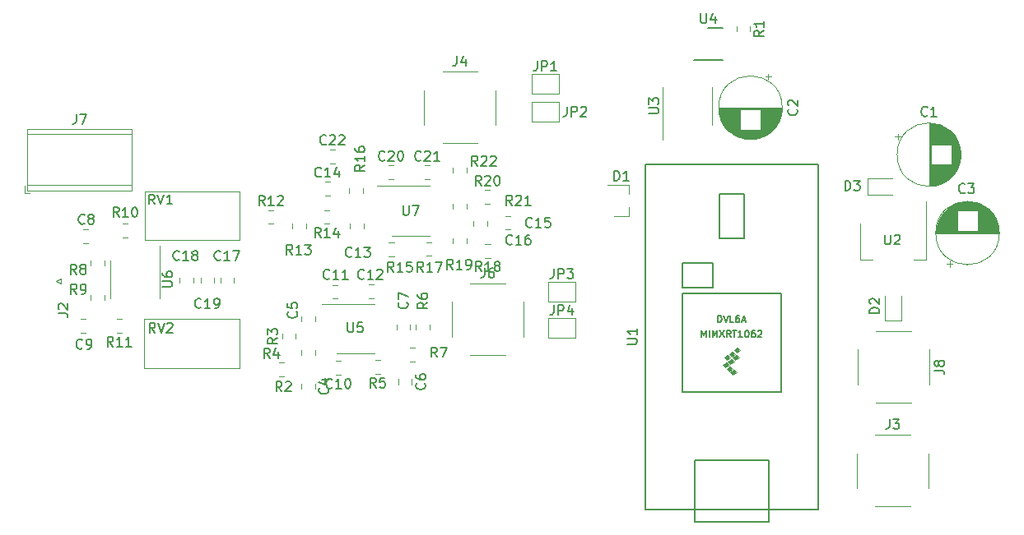
<source format=gbr>
%TF.GenerationSoftware,KiCad,Pcbnew,5.1.6-c6e7f7d~86~ubuntu18.04.1*%
%TF.CreationDate,2020-11-01T20:36:20-05:00*%
%TF.ProjectId,Senior-Design-Radar-Group,53656e69-6f72-42d4-9465-7369676e2d52,rev?*%
%TF.SameCoordinates,Original*%
%TF.FileFunction,Legend,Top*%
%TF.FilePolarity,Positive*%
%FSLAX46Y46*%
G04 Gerber Fmt 4.6, Leading zero omitted, Abs format (unit mm)*
G04 Created by KiCad (PCBNEW 5.1.6-c6e7f7d~86~ubuntu18.04.1) date 2020-11-01 20:36:20*
%MOMM*%
%LPD*%
G01*
G04 APERTURE LIST*
%ADD10C,0.120000*%
%ADD11C,0.100000*%
%ADD12C,0.150000*%
G04 APERTURE END LIST*
D10*
%TO.C,J3*%
X136934400Y-144885000D02*
X136934400Y-148485000D01*
X144294400Y-144885000D02*
X144294400Y-148485000D01*
X138814400Y-150365000D02*
X142414400Y-150365000D01*
X138814400Y-143005000D02*
X142414400Y-143005000D01*
%TO.C,J8*%
X142511000Y-132330200D02*
X138911000Y-132330200D01*
X142511000Y-139690200D02*
X138911000Y-139690200D01*
X137031000Y-134210200D02*
X137031000Y-137810200D01*
X144391000Y-134210200D02*
X144391000Y-137810200D01*
D11*
%TO.C,U1*%
G36*
X124155200Y-136804400D02*
G01*
X123901200Y-136550400D01*
X124282200Y-136296400D01*
X124536200Y-136550400D01*
X124155200Y-136804400D01*
G37*
X124155200Y-136804400D02*
X123901200Y-136550400D01*
X124282200Y-136296400D01*
X124536200Y-136550400D01*
X124155200Y-136804400D01*
G36*
X123774200Y-136423400D02*
G01*
X123520200Y-136169400D01*
X123901200Y-135915400D01*
X124155200Y-136169400D01*
X123774200Y-136423400D01*
G37*
X123774200Y-136423400D02*
X123520200Y-136169400D01*
X123901200Y-135915400D01*
X124155200Y-136169400D01*
X123774200Y-136423400D01*
G36*
X124536200Y-134518400D02*
G01*
X124282200Y-134264400D01*
X124663200Y-134010400D01*
X124917200Y-134264400D01*
X124536200Y-134518400D01*
G37*
X124536200Y-134518400D02*
X124282200Y-134264400D01*
X124663200Y-134010400D01*
X124917200Y-134264400D01*
X124536200Y-134518400D01*
G36*
X124028200Y-134899400D02*
G01*
X123774200Y-134645400D01*
X124155200Y-134391400D01*
X124409200Y-134645400D01*
X124028200Y-134899400D01*
G37*
X124028200Y-134899400D02*
X123774200Y-134645400D01*
X124155200Y-134391400D01*
X124409200Y-134645400D01*
X124028200Y-134899400D01*
G36*
X123520200Y-135280400D02*
G01*
X123266200Y-135026400D01*
X123647200Y-134772400D01*
X123901200Y-135026400D01*
X123520200Y-135280400D01*
G37*
X123520200Y-135280400D02*
X123266200Y-135026400D01*
X123647200Y-134772400D01*
X123901200Y-135026400D01*
X123520200Y-135280400D01*
G36*
X124409200Y-135280400D02*
G01*
X124155200Y-135026400D01*
X124536200Y-134772400D01*
X124790200Y-135026400D01*
X124409200Y-135280400D01*
G37*
X124409200Y-135280400D02*
X124155200Y-135026400D01*
X124536200Y-134772400D01*
X124790200Y-135026400D01*
X124409200Y-135280400D01*
G36*
X123901200Y-135661400D02*
G01*
X123647200Y-135407400D01*
X124028200Y-135153400D01*
X124282200Y-135407400D01*
X123901200Y-135661400D01*
G37*
X123901200Y-135661400D02*
X123647200Y-135407400D01*
X124028200Y-135153400D01*
X124282200Y-135407400D01*
X123901200Y-135661400D01*
G36*
X123393200Y-136042400D02*
G01*
X123139200Y-135788400D01*
X123520200Y-135534400D01*
X123774200Y-135788400D01*
X123393200Y-136042400D01*
G37*
X123393200Y-136042400D02*
X123139200Y-135788400D01*
X123520200Y-135534400D01*
X123774200Y-135788400D01*
X123393200Y-136042400D01*
D12*
X122123200Y-127787400D02*
X118948200Y-127787400D01*
X122123200Y-125247400D02*
X122123200Y-127787400D01*
X118948200Y-125247400D02*
X122123200Y-125247400D01*
X118948200Y-127787400D02*
X118948200Y-125247400D01*
X132918200Y-150647400D02*
X115138200Y-150647400D01*
X132918200Y-115087400D02*
X132918200Y-150647400D01*
X115138200Y-115087400D02*
X132918200Y-115087400D01*
X115138200Y-150647400D02*
X115138200Y-115087400D01*
X129108200Y-128422400D02*
X129108200Y-138582400D01*
X118948200Y-128422400D02*
X118948200Y-138582400D01*
X118948200Y-138582400D02*
X129108200Y-138582400D01*
X129108200Y-128422400D02*
X118948200Y-128422400D01*
X122758200Y-122707400D02*
X122758200Y-118135400D01*
X125298200Y-122707400D02*
X122758200Y-122707400D01*
X125298200Y-118135400D02*
X125298200Y-122707400D01*
X122758200Y-118135400D02*
X125298200Y-118135400D01*
X127838200Y-145567400D02*
X127838200Y-150647400D01*
X120218200Y-145567400D02*
X120218200Y-150647400D01*
X127838200Y-145567400D02*
X120218200Y-145567400D01*
X120218200Y-151917400D02*
X120218200Y-150647400D01*
X127838200Y-151917400D02*
X120218200Y-151917400D01*
X127838200Y-150647400D02*
X127838200Y-151917400D01*
D10*
%TO.C,J6*%
X95278400Y-129289400D02*
X95278400Y-132889400D01*
X102638400Y-129289400D02*
X102638400Y-132889400D01*
X97158400Y-134769400D02*
X100758400Y-134769400D01*
X97158400Y-127409400D02*
X100758400Y-127409400D01*
%TO.C,J4*%
X92433600Y-107470800D02*
X92433600Y-111070800D01*
X99793600Y-107470800D02*
X99793600Y-111070800D01*
X94313600Y-112950800D02*
X97913600Y-112950800D01*
X94313600Y-105590800D02*
X97913600Y-105590800D01*
%TO.C,U7*%
X91033600Y-122448000D02*
X92983600Y-122448000D01*
X91033600Y-122448000D02*
X89083600Y-122448000D01*
X91033600Y-117328000D02*
X92983600Y-117328000D01*
X91033600Y-117328000D02*
X87583600Y-117328000D01*
%TO.C,U6*%
X60101800Y-126974600D02*
X60101800Y-128924600D01*
X60101800Y-126974600D02*
X60101800Y-125024600D01*
X65221800Y-126974600D02*
X65221800Y-128924600D01*
X65221800Y-126974600D02*
X65221800Y-123524600D01*
%TO.C,U5*%
X85344000Y-134614600D02*
X87294000Y-134614600D01*
X85344000Y-134614600D02*
X83394000Y-134614600D01*
X85344000Y-129494600D02*
X87294000Y-129494600D01*
X85344000Y-129494600D02*
X81894000Y-129494600D01*
D12*
%TO.C,U4*%
X120140600Y-104342200D02*
X123140600Y-104342200D01*
X121640600Y-101042200D02*
X123140600Y-101042200D01*
D10*
%TO.C,U3*%
X122041600Y-109093000D02*
X122041600Y-107143000D01*
X122041600Y-109093000D02*
X122041600Y-111043000D01*
X116921600Y-109093000D02*
X116921600Y-107143000D01*
X116921600Y-109093000D02*
X116921600Y-112543000D01*
%TO.C,U2*%
X137255200Y-124973000D02*
X138515200Y-124973000D01*
X144075200Y-124973000D02*
X142815200Y-124973000D01*
X137255200Y-121213000D02*
X137255200Y-124973000D01*
X144075200Y-118963000D02*
X144075200Y-124973000D01*
%TO.C,RV2*%
X73414200Y-136108600D02*
X63644200Y-136108600D01*
X73414200Y-131038600D02*
X63644200Y-131038600D01*
X73414200Y-136108600D02*
X73414200Y-131038600D01*
X63644200Y-136108600D02*
X63644200Y-131038600D01*
%TO.C,RV1*%
X73465000Y-122951400D02*
X63695000Y-122951400D01*
X73465000Y-117881400D02*
X63695000Y-117881400D01*
X73465000Y-122951400D02*
X73465000Y-117881400D01*
X63695000Y-122951400D02*
X63695000Y-117881400D01*
%TO.C,R22*%
X95352800Y-115980978D02*
X95352800Y-115463822D01*
X96772800Y-115980978D02*
X96772800Y-115463822D01*
%TO.C,R21*%
X96798200Y-119172222D02*
X96798200Y-119689378D01*
X95378200Y-119172222D02*
X95378200Y-119689378D01*
%TO.C,R20*%
X98676722Y-117781000D02*
X99193878Y-117781000D01*
X98676722Y-119201000D02*
X99193878Y-119201000D01*
%TO.C,R19*%
X95378200Y-123217678D02*
X95378200Y-122700522D01*
X96798200Y-123217678D02*
X96798200Y-122700522D01*
%TO.C,R18*%
X99216978Y-124738200D02*
X98699822Y-124738200D01*
X99216978Y-123318200D02*
X98699822Y-123318200D01*
%TO.C,R17*%
X92680022Y-123140400D02*
X93197178Y-123140400D01*
X92680022Y-124560400D02*
X93197178Y-124560400D01*
%TO.C,R16*%
X84710200Y-118089178D02*
X84710200Y-117572022D01*
X86130200Y-118089178D02*
X86130200Y-117572022D01*
%TO.C,R15*%
X88793822Y-123191200D02*
X89310978Y-123191200D01*
X88793822Y-124611200D02*
X89310978Y-124611200D01*
%TO.C,R14*%
X82681578Y-121258400D02*
X82164422Y-121258400D01*
X82681578Y-119838400D02*
X82164422Y-119838400D01*
%TO.C,R13*%
X80262800Y-121206522D02*
X80262800Y-121723678D01*
X78842800Y-121206522D02*
X78842800Y-121723678D01*
%TO.C,R12*%
X76398622Y-119838400D02*
X76915778Y-119838400D01*
X76398622Y-121258400D02*
X76915778Y-121258400D01*
%TO.C,R11*%
X61320178Y-132485200D02*
X60803022Y-132485200D01*
X61320178Y-131065200D02*
X60803022Y-131065200D01*
%TO.C,R10*%
X61929778Y-122630000D02*
X61412622Y-122630000D01*
X61929778Y-121210000D02*
X61412622Y-121210000D01*
%TO.C,R9*%
X58091000Y-129112778D02*
X58091000Y-128595622D01*
X59511000Y-129112778D02*
X59511000Y-128595622D01*
%TO.C,R8*%
X59511000Y-125014222D02*
X59511000Y-125531378D01*
X58091000Y-125014222D02*
X58091000Y-125531378D01*
%TO.C,R7*%
X90929722Y-134011600D02*
X91446878Y-134011600D01*
X90929722Y-135431600D02*
X91446878Y-135431600D01*
%TO.C,R6*%
X92988200Y-131618222D02*
X92988200Y-132135378D01*
X91568200Y-131618222D02*
X91568200Y-132135378D01*
%TO.C,R5*%
X87888578Y-136701600D02*
X87371422Y-136701600D01*
X87888578Y-135281600D02*
X87371422Y-135281600D01*
%TO.C,R4*%
X79808000Y-134776978D02*
X79808000Y-134259822D01*
X81228000Y-134776978D02*
X81228000Y-134259822D01*
%TO.C,R3*%
X77801400Y-133100578D02*
X77801400Y-132583422D01*
X79221400Y-133100578D02*
X79221400Y-132583422D01*
%TO.C,R2*%
X77493122Y-135535600D02*
X78010278Y-135535600D01*
X77493122Y-136955600D02*
X78010278Y-136955600D01*
%TO.C,R1*%
X125957400Y-100909622D02*
X125957400Y-101426778D01*
X124537400Y-100909622D02*
X124537400Y-101426778D01*
%TO.C,JP4*%
X105178400Y-132978400D02*
X105178400Y-130978400D01*
X107978400Y-132978400D02*
X105178400Y-132978400D01*
X107978400Y-130978400D02*
X107978400Y-132978400D01*
X105178400Y-130978400D02*
X107978400Y-130978400D01*
%TO.C,JP3*%
X105193400Y-129219200D02*
X105193400Y-127219200D01*
X107993400Y-129219200D02*
X105193400Y-129219200D01*
X107993400Y-127219200D02*
X107993400Y-129219200D01*
X105193400Y-127219200D02*
X107993400Y-127219200D01*
%TO.C,JP2*%
X103491600Y-110728000D02*
X103491600Y-108728000D01*
X106291600Y-110728000D02*
X103491600Y-110728000D01*
X106291600Y-108728000D02*
X106291600Y-110728000D01*
X103491600Y-108728000D02*
X106291600Y-108728000D01*
%TO.C,JP1*%
X103476600Y-107832400D02*
X103476600Y-105832400D01*
X106276600Y-107832400D02*
X103476600Y-107832400D01*
X106276600Y-105832400D02*
X106276600Y-107832400D01*
X103476600Y-105832400D02*
X106276600Y-105832400D01*
%TO.C,J7*%
X51602200Y-117255600D02*
X62342200Y-117255600D01*
X51602200Y-111955600D02*
X62342200Y-111955600D01*
X51602200Y-111495600D02*
X62342200Y-111495600D01*
X51602200Y-117815600D02*
X62342200Y-117815600D01*
X51602200Y-111495600D02*
X51602200Y-117815600D01*
X62342200Y-111495600D02*
X62342200Y-117815600D01*
X51362200Y-117315600D02*
X51362200Y-118055600D01*
X51362200Y-118055600D02*
X51862200Y-118055600D01*
%TO.C,J2*%
X55068800Y-126885200D02*
X54568800Y-127135200D01*
X55068800Y-127385200D02*
X55068800Y-126885200D01*
X54568800Y-127135200D02*
X55068800Y-127385200D01*
%TO.C,D3*%
X138022200Y-116523400D02*
X138022200Y-118223400D01*
X138022200Y-118223400D02*
X140572200Y-118223400D01*
X138022200Y-116523400D02*
X140572200Y-116523400D01*
%TO.C,D2*%
X139789800Y-131217800D02*
X141489800Y-131217800D01*
X141489800Y-131217800D02*
X141489800Y-128667800D01*
X139789800Y-131217800D02*
X139789800Y-128667800D01*
%TO.C,D1*%
X113443800Y-120416400D02*
X113443800Y-119486400D01*
X113443800Y-117256400D02*
X113443800Y-118186400D01*
X113443800Y-117256400D02*
X111283800Y-117256400D01*
X113443800Y-120416400D02*
X111983800Y-120416400D01*
%TO.C,C22*%
X82713581Y-113591400D02*
X83230737Y-113591400D01*
X82713581Y-115011400D02*
X83230737Y-115011400D01*
%TO.C,C21*%
X92476822Y-115241000D02*
X92993978Y-115241000D01*
X92476822Y-116661000D02*
X92993978Y-116661000D01*
%TO.C,C20*%
X88740981Y-115236800D02*
X89258137Y-115236800D01*
X88740981Y-116656800D02*
X89258137Y-116656800D01*
%TO.C,C19*%
X70841800Y-126766822D02*
X70841800Y-127283978D01*
X69421800Y-126766822D02*
X69421800Y-127283978D01*
%TO.C,C18*%
X68655000Y-126792222D02*
X68655000Y-127309378D01*
X67235000Y-126792222D02*
X67235000Y-127309378D01*
%TO.C,C17*%
X71451400Y-127283978D02*
X71451400Y-126766822D01*
X72871400Y-127283978D02*
X72871400Y-126766822D01*
%TO.C,C16*%
X97511800Y-121492778D02*
X97511800Y-120975622D01*
X98931800Y-121492778D02*
X98931800Y-120975622D01*
%TO.C,C15*%
X100808022Y-120422600D02*
X101325178Y-120422600D01*
X100808022Y-121842600D02*
X101325178Y-121842600D01*
%TO.C,C14*%
X82212922Y-116917400D02*
X82730078Y-116917400D01*
X82212922Y-118337400D02*
X82730078Y-118337400D01*
%TO.C,C13*%
X86181000Y-121227322D02*
X86181000Y-121744478D01*
X84761000Y-121227322D02*
X84761000Y-121744478D01*
%TO.C,C12*%
X86736422Y-127509200D02*
X87253578Y-127509200D01*
X86736422Y-128929200D02*
X87253578Y-128929200D01*
%TO.C,C11*%
X83000322Y-127534600D02*
X83517478Y-127534600D01*
X83000322Y-128954600D02*
X83517478Y-128954600D01*
%TO.C,C10*%
X83849978Y-136803200D02*
X83332822Y-136803200D01*
X83849978Y-135383200D02*
X83332822Y-135383200D01*
%TO.C,C9*%
X57611778Y-132459800D02*
X57094622Y-132459800D01*
X57611778Y-131039800D02*
X57094622Y-131039800D01*
%TO.C,C8*%
X57891178Y-123214200D02*
X57374022Y-123214200D01*
X57891178Y-121794200D02*
X57374022Y-121794200D01*
%TO.C,C7*%
X90981600Y-131643622D02*
X90981600Y-132160778D01*
X89561600Y-131643622D02*
X89561600Y-132160778D01*
%TO.C,C6*%
X91159400Y-137257022D02*
X91159400Y-137774178D01*
X89739400Y-137257022D02*
X89739400Y-137774178D01*
%TO.C,C5*%
X81228000Y-130754622D02*
X81228000Y-131271778D01*
X79808000Y-130754622D02*
X79808000Y-131271778D01*
%TO.C,C4*%
X81202600Y-137737322D02*
X81202600Y-138254478D01*
X79782600Y-137737322D02*
X79782600Y-138254478D01*
%TO.C,C3*%
X151580600Y-122194000D02*
G75*
G03*
X151580600Y-122194000I-3270000J0D01*
G01*
X145080600Y-122194000D02*
X151540600Y-122194000D01*
X145080600Y-122154000D02*
X151540600Y-122154000D01*
X145080600Y-122114000D02*
X151540600Y-122114000D01*
X145082600Y-122074000D02*
X151538600Y-122074000D01*
X145083600Y-122034000D02*
X151537600Y-122034000D01*
X145086600Y-121994000D02*
X151534600Y-121994000D01*
X145088600Y-121954000D02*
X147270600Y-121954000D01*
X149350600Y-121954000D02*
X151532600Y-121954000D01*
X145092600Y-121914000D02*
X147270600Y-121914000D01*
X149350600Y-121914000D02*
X151528600Y-121914000D01*
X145095600Y-121874000D02*
X147270600Y-121874000D01*
X149350600Y-121874000D02*
X151525600Y-121874000D01*
X145099600Y-121834000D02*
X147270600Y-121834000D01*
X149350600Y-121834000D02*
X151521600Y-121834000D01*
X145104600Y-121794000D02*
X147270600Y-121794000D01*
X149350600Y-121794000D02*
X151516600Y-121794000D01*
X145109600Y-121754000D02*
X147270600Y-121754000D01*
X149350600Y-121754000D02*
X151511600Y-121754000D01*
X145115600Y-121714000D02*
X147270600Y-121714000D01*
X149350600Y-121714000D02*
X151505600Y-121714000D01*
X145121600Y-121674000D02*
X147270600Y-121674000D01*
X149350600Y-121674000D02*
X151499600Y-121674000D01*
X145128600Y-121634000D02*
X147270600Y-121634000D01*
X149350600Y-121634000D02*
X151492600Y-121634000D01*
X145135600Y-121594000D02*
X147270600Y-121594000D01*
X149350600Y-121594000D02*
X151485600Y-121594000D01*
X145143600Y-121554000D02*
X147270600Y-121554000D01*
X149350600Y-121554000D02*
X151477600Y-121554000D01*
X145151600Y-121514000D02*
X147270600Y-121514000D01*
X149350600Y-121514000D02*
X151469600Y-121514000D01*
X145160600Y-121473000D02*
X147270600Y-121473000D01*
X149350600Y-121473000D02*
X151460600Y-121473000D01*
X145169600Y-121433000D02*
X147270600Y-121433000D01*
X149350600Y-121433000D02*
X151451600Y-121433000D01*
X145179600Y-121393000D02*
X147270600Y-121393000D01*
X149350600Y-121393000D02*
X151441600Y-121393000D01*
X145189600Y-121353000D02*
X147270600Y-121353000D01*
X149350600Y-121353000D02*
X151431600Y-121353000D01*
X145200600Y-121313000D02*
X147270600Y-121313000D01*
X149350600Y-121313000D02*
X151420600Y-121313000D01*
X145212600Y-121273000D02*
X147270600Y-121273000D01*
X149350600Y-121273000D02*
X151408600Y-121273000D01*
X145224600Y-121233000D02*
X147270600Y-121233000D01*
X149350600Y-121233000D02*
X151396600Y-121233000D01*
X145236600Y-121193000D02*
X147270600Y-121193000D01*
X149350600Y-121193000D02*
X151384600Y-121193000D01*
X145249600Y-121153000D02*
X147270600Y-121153000D01*
X149350600Y-121153000D02*
X151371600Y-121153000D01*
X145263600Y-121113000D02*
X147270600Y-121113000D01*
X149350600Y-121113000D02*
X151357600Y-121113000D01*
X145277600Y-121073000D02*
X147270600Y-121073000D01*
X149350600Y-121073000D02*
X151343600Y-121073000D01*
X145292600Y-121033000D02*
X147270600Y-121033000D01*
X149350600Y-121033000D02*
X151328600Y-121033000D01*
X145308600Y-120993000D02*
X147270600Y-120993000D01*
X149350600Y-120993000D02*
X151312600Y-120993000D01*
X145324600Y-120953000D02*
X147270600Y-120953000D01*
X149350600Y-120953000D02*
X151296600Y-120953000D01*
X145340600Y-120913000D02*
X147270600Y-120913000D01*
X149350600Y-120913000D02*
X151280600Y-120913000D01*
X145358600Y-120873000D02*
X147270600Y-120873000D01*
X149350600Y-120873000D02*
X151262600Y-120873000D01*
X145376600Y-120833000D02*
X147270600Y-120833000D01*
X149350600Y-120833000D02*
X151244600Y-120833000D01*
X145394600Y-120793000D02*
X147270600Y-120793000D01*
X149350600Y-120793000D02*
X151226600Y-120793000D01*
X145414600Y-120753000D02*
X147270600Y-120753000D01*
X149350600Y-120753000D02*
X151206600Y-120753000D01*
X145434600Y-120713000D02*
X147270600Y-120713000D01*
X149350600Y-120713000D02*
X151186600Y-120713000D01*
X145454600Y-120673000D02*
X147270600Y-120673000D01*
X149350600Y-120673000D02*
X151166600Y-120673000D01*
X145476600Y-120633000D02*
X147270600Y-120633000D01*
X149350600Y-120633000D02*
X151144600Y-120633000D01*
X145498600Y-120593000D02*
X147270600Y-120593000D01*
X149350600Y-120593000D02*
X151122600Y-120593000D01*
X145520600Y-120553000D02*
X147270600Y-120553000D01*
X149350600Y-120553000D02*
X151100600Y-120553000D01*
X145544600Y-120513000D02*
X147270600Y-120513000D01*
X149350600Y-120513000D02*
X151076600Y-120513000D01*
X145568600Y-120473000D02*
X147270600Y-120473000D01*
X149350600Y-120473000D02*
X151052600Y-120473000D01*
X145594600Y-120433000D02*
X147270600Y-120433000D01*
X149350600Y-120433000D02*
X151026600Y-120433000D01*
X145620600Y-120393000D02*
X147270600Y-120393000D01*
X149350600Y-120393000D02*
X151000600Y-120393000D01*
X145646600Y-120353000D02*
X147270600Y-120353000D01*
X149350600Y-120353000D02*
X150974600Y-120353000D01*
X145674600Y-120313000D02*
X147270600Y-120313000D01*
X149350600Y-120313000D02*
X150946600Y-120313000D01*
X145703600Y-120273000D02*
X147270600Y-120273000D01*
X149350600Y-120273000D02*
X150917600Y-120273000D01*
X145732600Y-120233000D02*
X147270600Y-120233000D01*
X149350600Y-120233000D02*
X150888600Y-120233000D01*
X145762600Y-120193000D02*
X147270600Y-120193000D01*
X149350600Y-120193000D02*
X150858600Y-120193000D01*
X145794600Y-120153000D02*
X147270600Y-120153000D01*
X149350600Y-120153000D02*
X150826600Y-120153000D01*
X145826600Y-120113000D02*
X147270600Y-120113000D01*
X149350600Y-120113000D02*
X150794600Y-120113000D01*
X145860600Y-120073000D02*
X147270600Y-120073000D01*
X149350600Y-120073000D02*
X150760600Y-120073000D01*
X145894600Y-120033000D02*
X147270600Y-120033000D01*
X149350600Y-120033000D02*
X150726600Y-120033000D01*
X145930600Y-119993000D02*
X147270600Y-119993000D01*
X149350600Y-119993000D02*
X150690600Y-119993000D01*
X145967600Y-119953000D02*
X147270600Y-119953000D01*
X149350600Y-119953000D02*
X150653600Y-119953000D01*
X146005600Y-119913000D02*
X147270600Y-119913000D01*
X149350600Y-119913000D02*
X150615600Y-119913000D01*
X146045600Y-119873000D02*
X150575600Y-119873000D01*
X146086600Y-119833000D02*
X150534600Y-119833000D01*
X146128600Y-119793000D02*
X150492600Y-119793000D01*
X146173600Y-119753000D02*
X150447600Y-119753000D01*
X146218600Y-119713000D02*
X150402600Y-119713000D01*
X146266600Y-119673000D02*
X150354600Y-119673000D01*
X146315600Y-119633000D02*
X150305600Y-119633000D01*
X146366600Y-119593000D02*
X150254600Y-119593000D01*
X146420600Y-119553000D02*
X150200600Y-119553000D01*
X146476600Y-119513000D02*
X150144600Y-119513000D01*
X146534600Y-119473000D02*
X150086600Y-119473000D01*
X146596600Y-119433000D02*
X150024600Y-119433000D01*
X146660600Y-119393000D02*
X149960600Y-119393000D01*
X146729600Y-119353000D02*
X149891600Y-119353000D01*
X146801600Y-119313000D02*
X149819600Y-119313000D01*
X146878600Y-119273000D02*
X149742600Y-119273000D01*
X146960600Y-119233000D02*
X149660600Y-119233000D01*
X147048600Y-119193000D02*
X149572600Y-119193000D01*
X147145600Y-119153000D02*
X149475600Y-119153000D01*
X147251600Y-119113000D02*
X149369600Y-119113000D01*
X147370600Y-119073000D02*
X149250600Y-119073000D01*
X147508600Y-119033000D02*
X149112600Y-119033000D01*
X147677600Y-118993000D02*
X148943600Y-118993000D01*
X147908600Y-118953000D02*
X148712600Y-118953000D01*
X146471600Y-125694241D02*
X146471600Y-125064241D01*
X146156600Y-125379241D02*
X146786600Y-125379241D01*
%TO.C,C2*%
X129254000Y-109276200D02*
G75*
G03*
X129254000Y-109276200I-3270000J0D01*
G01*
X129214000Y-109276200D02*
X122754000Y-109276200D01*
X129214000Y-109316200D02*
X122754000Y-109316200D01*
X129214000Y-109356200D02*
X122754000Y-109356200D01*
X129212000Y-109396200D02*
X122756000Y-109396200D01*
X129211000Y-109436200D02*
X122757000Y-109436200D01*
X129208000Y-109476200D02*
X122760000Y-109476200D01*
X129206000Y-109516200D02*
X127024000Y-109516200D01*
X124944000Y-109516200D02*
X122762000Y-109516200D01*
X129202000Y-109556200D02*
X127024000Y-109556200D01*
X124944000Y-109556200D02*
X122766000Y-109556200D01*
X129199000Y-109596200D02*
X127024000Y-109596200D01*
X124944000Y-109596200D02*
X122769000Y-109596200D01*
X129195000Y-109636200D02*
X127024000Y-109636200D01*
X124944000Y-109636200D02*
X122773000Y-109636200D01*
X129190000Y-109676200D02*
X127024000Y-109676200D01*
X124944000Y-109676200D02*
X122778000Y-109676200D01*
X129185000Y-109716200D02*
X127024000Y-109716200D01*
X124944000Y-109716200D02*
X122783000Y-109716200D01*
X129179000Y-109756200D02*
X127024000Y-109756200D01*
X124944000Y-109756200D02*
X122789000Y-109756200D01*
X129173000Y-109796200D02*
X127024000Y-109796200D01*
X124944000Y-109796200D02*
X122795000Y-109796200D01*
X129166000Y-109836200D02*
X127024000Y-109836200D01*
X124944000Y-109836200D02*
X122802000Y-109836200D01*
X129159000Y-109876200D02*
X127024000Y-109876200D01*
X124944000Y-109876200D02*
X122809000Y-109876200D01*
X129151000Y-109916200D02*
X127024000Y-109916200D01*
X124944000Y-109916200D02*
X122817000Y-109916200D01*
X129143000Y-109956200D02*
X127024000Y-109956200D01*
X124944000Y-109956200D02*
X122825000Y-109956200D01*
X129134000Y-109997200D02*
X127024000Y-109997200D01*
X124944000Y-109997200D02*
X122834000Y-109997200D01*
X129125000Y-110037200D02*
X127024000Y-110037200D01*
X124944000Y-110037200D02*
X122843000Y-110037200D01*
X129115000Y-110077200D02*
X127024000Y-110077200D01*
X124944000Y-110077200D02*
X122853000Y-110077200D01*
X129105000Y-110117200D02*
X127024000Y-110117200D01*
X124944000Y-110117200D02*
X122863000Y-110117200D01*
X129094000Y-110157200D02*
X127024000Y-110157200D01*
X124944000Y-110157200D02*
X122874000Y-110157200D01*
X129082000Y-110197200D02*
X127024000Y-110197200D01*
X124944000Y-110197200D02*
X122886000Y-110197200D01*
X129070000Y-110237200D02*
X127024000Y-110237200D01*
X124944000Y-110237200D02*
X122898000Y-110237200D01*
X129058000Y-110277200D02*
X127024000Y-110277200D01*
X124944000Y-110277200D02*
X122910000Y-110277200D01*
X129045000Y-110317200D02*
X127024000Y-110317200D01*
X124944000Y-110317200D02*
X122923000Y-110317200D01*
X129031000Y-110357200D02*
X127024000Y-110357200D01*
X124944000Y-110357200D02*
X122937000Y-110357200D01*
X129017000Y-110397200D02*
X127024000Y-110397200D01*
X124944000Y-110397200D02*
X122951000Y-110397200D01*
X129002000Y-110437200D02*
X127024000Y-110437200D01*
X124944000Y-110437200D02*
X122966000Y-110437200D01*
X128986000Y-110477200D02*
X127024000Y-110477200D01*
X124944000Y-110477200D02*
X122982000Y-110477200D01*
X128970000Y-110517200D02*
X127024000Y-110517200D01*
X124944000Y-110517200D02*
X122998000Y-110517200D01*
X128954000Y-110557200D02*
X127024000Y-110557200D01*
X124944000Y-110557200D02*
X123014000Y-110557200D01*
X128936000Y-110597200D02*
X127024000Y-110597200D01*
X124944000Y-110597200D02*
X123032000Y-110597200D01*
X128918000Y-110637200D02*
X127024000Y-110637200D01*
X124944000Y-110637200D02*
X123050000Y-110637200D01*
X128900000Y-110677200D02*
X127024000Y-110677200D01*
X124944000Y-110677200D02*
X123068000Y-110677200D01*
X128880000Y-110717200D02*
X127024000Y-110717200D01*
X124944000Y-110717200D02*
X123088000Y-110717200D01*
X128860000Y-110757200D02*
X127024000Y-110757200D01*
X124944000Y-110757200D02*
X123108000Y-110757200D01*
X128840000Y-110797200D02*
X127024000Y-110797200D01*
X124944000Y-110797200D02*
X123128000Y-110797200D01*
X128818000Y-110837200D02*
X127024000Y-110837200D01*
X124944000Y-110837200D02*
X123150000Y-110837200D01*
X128796000Y-110877200D02*
X127024000Y-110877200D01*
X124944000Y-110877200D02*
X123172000Y-110877200D01*
X128774000Y-110917200D02*
X127024000Y-110917200D01*
X124944000Y-110917200D02*
X123194000Y-110917200D01*
X128750000Y-110957200D02*
X127024000Y-110957200D01*
X124944000Y-110957200D02*
X123218000Y-110957200D01*
X128726000Y-110997200D02*
X127024000Y-110997200D01*
X124944000Y-110997200D02*
X123242000Y-110997200D01*
X128700000Y-111037200D02*
X127024000Y-111037200D01*
X124944000Y-111037200D02*
X123268000Y-111037200D01*
X128674000Y-111077200D02*
X127024000Y-111077200D01*
X124944000Y-111077200D02*
X123294000Y-111077200D01*
X128648000Y-111117200D02*
X127024000Y-111117200D01*
X124944000Y-111117200D02*
X123320000Y-111117200D01*
X128620000Y-111157200D02*
X127024000Y-111157200D01*
X124944000Y-111157200D02*
X123348000Y-111157200D01*
X128591000Y-111197200D02*
X127024000Y-111197200D01*
X124944000Y-111197200D02*
X123377000Y-111197200D01*
X128562000Y-111237200D02*
X127024000Y-111237200D01*
X124944000Y-111237200D02*
X123406000Y-111237200D01*
X128532000Y-111277200D02*
X127024000Y-111277200D01*
X124944000Y-111277200D02*
X123436000Y-111277200D01*
X128500000Y-111317200D02*
X127024000Y-111317200D01*
X124944000Y-111317200D02*
X123468000Y-111317200D01*
X128468000Y-111357200D02*
X127024000Y-111357200D01*
X124944000Y-111357200D02*
X123500000Y-111357200D01*
X128434000Y-111397200D02*
X127024000Y-111397200D01*
X124944000Y-111397200D02*
X123534000Y-111397200D01*
X128400000Y-111437200D02*
X127024000Y-111437200D01*
X124944000Y-111437200D02*
X123568000Y-111437200D01*
X128364000Y-111477200D02*
X127024000Y-111477200D01*
X124944000Y-111477200D02*
X123604000Y-111477200D01*
X128327000Y-111517200D02*
X127024000Y-111517200D01*
X124944000Y-111517200D02*
X123641000Y-111517200D01*
X128289000Y-111557200D02*
X127024000Y-111557200D01*
X124944000Y-111557200D02*
X123679000Y-111557200D01*
X128249000Y-111597200D02*
X123719000Y-111597200D01*
X128208000Y-111637200D02*
X123760000Y-111637200D01*
X128166000Y-111677200D02*
X123802000Y-111677200D01*
X128121000Y-111717200D02*
X123847000Y-111717200D01*
X128076000Y-111757200D02*
X123892000Y-111757200D01*
X128028000Y-111797200D02*
X123940000Y-111797200D01*
X127979000Y-111837200D02*
X123989000Y-111837200D01*
X127928000Y-111877200D02*
X124040000Y-111877200D01*
X127874000Y-111917200D02*
X124094000Y-111917200D01*
X127818000Y-111957200D02*
X124150000Y-111957200D01*
X127760000Y-111997200D02*
X124208000Y-111997200D01*
X127698000Y-112037200D02*
X124270000Y-112037200D01*
X127634000Y-112077200D02*
X124334000Y-112077200D01*
X127565000Y-112117200D02*
X124403000Y-112117200D01*
X127493000Y-112157200D02*
X124475000Y-112157200D01*
X127416000Y-112197200D02*
X124552000Y-112197200D01*
X127334000Y-112237200D02*
X124634000Y-112237200D01*
X127246000Y-112277200D02*
X124722000Y-112277200D01*
X127149000Y-112317200D02*
X124819000Y-112317200D01*
X127043000Y-112357200D02*
X124925000Y-112357200D01*
X126924000Y-112397200D02*
X125044000Y-112397200D01*
X126786000Y-112437200D02*
X125182000Y-112437200D01*
X126617000Y-112477200D02*
X125351000Y-112477200D01*
X126386000Y-112517200D02*
X125582000Y-112517200D01*
X127823000Y-105775959D02*
X127823000Y-106405959D01*
X128138000Y-106090959D02*
X127508000Y-106090959D01*
%TO.C,C1*%
X147612800Y-114122200D02*
G75*
G03*
X147612800Y-114122200I-3270000J0D01*
G01*
X144342800Y-110892200D02*
X144342800Y-117352200D01*
X144382800Y-110892200D02*
X144382800Y-117352200D01*
X144422800Y-110892200D02*
X144422800Y-117352200D01*
X144462800Y-110894200D02*
X144462800Y-117350200D01*
X144502800Y-110895200D02*
X144502800Y-117349200D01*
X144542800Y-110898200D02*
X144542800Y-117346200D01*
X144582800Y-110900200D02*
X144582800Y-113082200D01*
X144582800Y-115162200D02*
X144582800Y-117344200D01*
X144622800Y-110904200D02*
X144622800Y-113082200D01*
X144622800Y-115162200D02*
X144622800Y-117340200D01*
X144662800Y-110907200D02*
X144662800Y-113082200D01*
X144662800Y-115162200D02*
X144662800Y-117337200D01*
X144702800Y-110911200D02*
X144702800Y-113082200D01*
X144702800Y-115162200D02*
X144702800Y-117333200D01*
X144742800Y-110916200D02*
X144742800Y-113082200D01*
X144742800Y-115162200D02*
X144742800Y-117328200D01*
X144782800Y-110921200D02*
X144782800Y-113082200D01*
X144782800Y-115162200D02*
X144782800Y-117323200D01*
X144822800Y-110927200D02*
X144822800Y-113082200D01*
X144822800Y-115162200D02*
X144822800Y-117317200D01*
X144862800Y-110933200D02*
X144862800Y-113082200D01*
X144862800Y-115162200D02*
X144862800Y-117311200D01*
X144902800Y-110940200D02*
X144902800Y-113082200D01*
X144902800Y-115162200D02*
X144902800Y-117304200D01*
X144942800Y-110947200D02*
X144942800Y-113082200D01*
X144942800Y-115162200D02*
X144942800Y-117297200D01*
X144982800Y-110955200D02*
X144982800Y-113082200D01*
X144982800Y-115162200D02*
X144982800Y-117289200D01*
X145022800Y-110963200D02*
X145022800Y-113082200D01*
X145022800Y-115162200D02*
X145022800Y-117281200D01*
X145063800Y-110972200D02*
X145063800Y-113082200D01*
X145063800Y-115162200D02*
X145063800Y-117272200D01*
X145103800Y-110981200D02*
X145103800Y-113082200D01*
X145103800Y-115162200D02*
X145103800Y-117263200D01*
X145143800Y-110991200D02*
X145143800Y-113082200D01*
X145143800Y-115162200D02*
X145143800Y-117253200D01*
X145183800Y-111001200D02*
X145183800Y-113082200D01*
X145183800Y-115162200D02*
X145183800Y-117243200D01*
X145223800Y-111012200D02*
X145223800Y-113082200D01*
X145223800Y-115162200D02*
X145223800Y-117232200D01*
X145263800Y-111024200D02*
X145263800Y-113082200D01*
X145263800Y-115162200D02*
X145263800Y-117220200D01*
X145303800Y-111036200D02*
X145303800Y-113082200D01*
X145303800Y-115162200D02*
X145303800Y-117208200D01*
X145343800Y-111048200D02*
X145343800Y-113082200D01*
X145343800Y-115162200D02*
X145343800Y-117196200D01*
X145383800Y-111061200D02*
X145383800Y-113082200D01*
X145383800Y-115162200D02*
X145383800Y-117183200D01*
X145423800Y-111075200D02*
X145423800Y-113082200D01*
X145423800Y-115162200D02*
X145423800Y-117169200D01*
X145463800Y-111089200D02*
X145463800Y-113082200D01*
X145463800Y-115162200D02*
X145463800Y-117155200D01*
X145503800Y-111104200D02*
X145503800Y-113082200D01*
X145503800Y-115162200D02*
X145503800Y-117140200D01*
X145543800Y-111120200D02*
X145543800Y-113082200D01*
X145543800Y-115162200D02*
X145543800Y-117124200D01*
X145583800Y-111136200D02*
X145583800Y-113082200D01*
X145583800Y-115162200D02*
X145583800Y-117108200D01*
X145623800Y-111152200D02*
X145623800Y-113082200D01*
X145623800Y-115162200D02*
X145623800Y-117092200D01*
X145663800Y-111170200D02*
X145663800Y-113082200D01*
X145663800Y-115162200D02*
X145663800Y-117074200D01*
X145703800Y-111188200D02*
X145703800Y-113082200D01*
X145703800Y-115162200D02*
X145703800Y-117056200D01*
X145743800Y-111206200D02*
X145743800Y-113082200D01*
X145743800Y-115162200D02*
X145743800Y-117038200D01*
X145783800Y-111226200D02*
X145783800Y-113082200D01*
X145783800Y-115162200D02*
X145783800Y-117018200D01*
X145823800Y-111246200D02*
X145823800Y-113082200D01*
X145823800Y-115162200D02*
X145823800Y-116998200D01*
X145863800Y-111266200D02*
X145863800Y-113082200D01*
X145863800Y-115162200D02*
X145863800Y-116978200D01*
X145903800Y-111288200D02*
X145903800Y-113082200D01*
X145903800Y-115162200D02*
X145903800Y-116956200D01*
X145943800Y-111310200D02*
X145943800Y-113082200D01*
X145943800Y-115162200D02*
X145943800Y-116934200D01*
X145983800Y-111332200D02*
X145983800Y-113082200D01*
X145983800Y-115162200D02*
X145983800Y-116912200D01*
X146023800Y-111356200D02*
X146023800Y-113082200D01*
X146023800Y-115162200D02*
X146023800Y-116888200D01*
X146063800Y-111380200D02*
X146063800Y-113082200D01*
X146063800Y-115162200D02*
X146063800Y-116864200D01*
X146103800Y-111406200D02*
X146103800Y-113082200D01*
X146103800Y-115162200D02*
X146103800Y-116838200D01*
X146143800Y-111432200D02*
X146143800Y-113082200D01*
X146143800Y-115162200D02*
X146143800Y-116812200D01*
X146183800Y-111458200D02*
X146183800Y-113082200D01*
X146183800Y-115162200D02*
X146183800Y-116786200D01*
X146223800Y-111486200D02*
X146223800Y-113082200D01*
X146223800Y-115162200D02*
X146223800Y-116758200D01*
X146263800Y-111515200D02*
X146263800Y-113082200D01*
X146263800Y-115162200D02*
X146263800Y-116729200D01*
X146303800Y-111544200D02*
X146303800Y-113082200D01*
X146303800Y-115162200D02*
X146303800Y-116700200D01*
X146343800Y-111574200D02*
X146343800Y-113082200D01*
X146343800Y-115162200D02*
X146343800Y-116670200D01*
X146383800Y-111606200D02*
X146383800Y-113082200D01*
X146383800Y-115162200D02*
X146383800Y-116638200D01*
X146423800Y-111638200D02*
X146423800Y-113082200D01*
X146423800Y-115162200D02*
X146423800Y-116606200D01*
X146463800Y-111672200D02*
X146463800Y-113082200D01*
X146463800Y-115162200D02*
X146463800Y-116572200D01*
X146503800Y-111706200D02*
X146503800Y-113082200D01*
X146503800Y-115162200D02*
X146503800Y-116538200D01*
X146543800Y-111742200D02*
X146543800Y-113082200D01*
X146543800Y-115162200D02*
X146543800Y-116502200D01*
X146583800Y-111779200D02*
X146583800Y-113082200D01*
X146583800Y-115162200D02*
X146583800Y-116465200D01*
X146623800Y-111817200D02*
X146623800Y-113082200D01*
X146623800Y-115162200D02*
X146623800Y-116427200D01*
X146663800Y-111857200D02*
X146663800Y-116387200D01*
X146703800Y-111898200D02*
X146703800Y-116346200D01*
X146743800Y-111940200D02*
X146743800Y-116304200D01*
X146783800Y-111985200D02*
X146783800Y-116259200D01*
X146823800Y-112030200D02*
X146823800Y-116214200D01*
X146863800Y-112078200D02*
X146863800Y-116166200D01*
X146903800Y-112127200D02*
X146903800Y-116117200D01*
X146943800Y-112178200D02*
X146943800Y-116066200D01*
X146983800Y-112232200D02*
X146983800Y-116012200D01*
X147023800Y-112288200D02*
X147023800Y-115956200D01*
X147063800Y-112346200D02*
X147063800Y-115898200D01*
X147103800Y-112408200D02*
X147103800Y-115836200D01*
X147143800Y-112472200D02*
X147143800Y-115772200D01*
X147183800Y-112541200D02*
X147183800Y-115703200D01*
X147223800Y-112613200D02*
X147223800Y-115631200D01*
X147263800Y-112690200D02*
X147263800Y-115554200D01*
X147303800Y-112772200D02*
X147303800Y-115472200D01*
X147343800Y-112860200D02*
X147343800Y-115384200D01*
X147383800Y-112957200D02*
X147383800Y-115287200D01*
X147423800Y-113063200D02*
X147423800Y-115181200D01*
X147463800Y-113182200D02*
X147463800Y-115062200D01*
X147503800Y-113320200D02*
X147503800Y-114924200D01*
X147543800Y-113489200D02*
X147543800Y-114755200D01*
X147583800Y-113720200D02*
X147583800Y-114524200D01*
X140842559Y-112283200D02*
X141472559Y-112283200D01*
X141157559Y-111968200D02*
X141157559Y-112598200D01*
%TO.C,J3*%
D12*
X140281066Y-141387380D02*
X140281066Y-142101666D01*
X140233447Y-142244523D01*
X140138209Y-142339761D01*
X139995352Y-142387380D01*
X139900114Y-142387380D01*
X140662019Y-141387380D02*
X141281066Y-141387380D01*
X140947733Y-141768333D01*
X141090590Y-141768333D01*
X141185828Y-141815952D01*
X141233447Y-141863571D01*
X141281066Y-141958809D01*
X141281066Y-142196904D01*
X141233447Y-142292142D01*
X141185828Y-142339761D01*
X141090590Y-142387380D01*
X140804876Y-142387380D01*
X140709638Y-142339761D01*
X140662019Y-142292142D01*
%TO.C,J8*%
X144913380Y-136343533D02*
X145627666Y-136343533D01*
X145770523Y-136391152D01*
X145865761Y-136486390D01*
X145913380Y-136629247D01*
X145913380Y-136724485D01*
X145341952Y-135724485D02*
X145294333Y-135819723D01*
X145246714Y-135867342D01*
X145151476Y-135914961D01*
X145103857Y-135914961D01*
X145008619Y-135867342D01*
X144961000Y-135819723D01*
X144913380Y-135724485D01*
X144913380Y-135534009D01*
X144961000Y-135438771D01*
X145008619Y-135391152D01*
X145103857Y-135343533D01*
X145151476Y-135343533D01*
X145246714Y-135391152D01*
X145294333Y-135438771D01*
X145341952Y-135534009D01*
X145341952Y-135724485D01*
X145389571Y-135819723D01*
X145437190Y-135867342D01*
X145532428Y-135914961D01*
X145722904Y-135914961D01*
X145818142Y-135867342D01*
X145865761Y-135819723D01*
X145913380Y-135724485D01*
X145913380Y-135534009D01*
X145865761Y-135438771D01*
X145818142Y-135391152D01*
X145722904Y-135343533D01*
X145532428Y-135343533D01*
X145437190Y-135391152D01*
X145389571Y-135438771D01*
X145341952Y-135534009D01*
%TO.C,U1*%
X113320580Y-133629304D02*
X114130104Y-133629304D01*
X114225342Y-133581685D01*
X114272961Y-133534066D01*
X114320580Y-133438828D01*
X114320580Y-133248352D01*
X114272961Y-133153114D01*
X114225342Y-133105495D01*
X114130104Y-133057876D01*
X113320580Y-133057876D01*
X114320580Y-132057876D02*
X114320580Y-132629304D01*
X114320580Y-132343590D02*
X113320580Y-132343590D01*
X113463438Y-132438828D01*
X113558676Y-132534066D01*
X113606295Y-132629304D01*
X122628200Y-131406066D02*
X122628200Y-130706066D01*
X122794866Y-130706066D01*
X122894866Y-130739400D01*
X122961533Y-130806066D01*
X122994866Y-130872733D01*
X123028200Y-131006066D01*
X123028200Y-131106066D01*
X122994866Y-131239400D01*
X122961533Y-131306066D01*
X122894866Y-131372733D01*
X122794866Y-131406066D01*
X122628200Y-131406066D01*
X123228200Y-130706066D02*
X123461533Y-131406066D01*
X123694866Y-130706066D01*
X124261533Y-131406066D02*
X123928200Y-131406066D01*
X123928200Y-130706066D01*
X124794866Y-130706066D02*
X124661533Y-130706066D01*
X124594866Y-130739400D01*
X124561533Y-130772733D01*
X124494866Y-130872733D01*
X124461533Y-131006066D01*
X124461533Y-131272733D01*
X124494866Y-131339400D01*
X124528200Y-131372733D01*
X124594866Y-131406066D01*
X124728200Y-131406066D01*
X124794866Y-131372733D01*
X124828200Y-131339400D01*
X124861533Y-131272733D01*
X124861533Y-131106066D01*
X124828200Y-131039400D01*
X124794866Y-131006066D01*
X124728200Y-130972733D01*
X124594866Y-130972733D01*
X124528200Y-131006066D01*
X124494866Y-131039400D01*
X124461533Y-131106066D01*
X125128200Y-131206066D02*
X125461533Y-131206066D01*
X125061533Y-131406066D02*
X125294866Y-130706066D01*
X125528200Y-131406066D01*
X120944866Y-132930066D02*
X120944866Y-132230066D01*
X121178200Y-132730066D01*
X121411533Y-132230066D01*
X121411533Y-132930066D01*
X121744866Y-132930066D02*
X121744866Y-132230066D01*
X122078200Y-132930066D02*
X122078200Y-132230066D01*
X122311533Y-132730066D01*
X122544866Y-132230066D01*
X122544866Y-132930066D01*
X122811533Y-132230066D02*
X123278200Y-132930066D01*
X123278200Y-132230066D02*
X122811533Y-132930066D01*
X123944866Y-132930066D02*
X123711533Y-132596733D01*
X123544866Y-132930066D02*
X123544866Y-132230066D01*
X123811533Y-132230066D01*
X123878200Y-132263400D01*
X123911533Y-132296733D01*
X123944866Y-132363400D01*
X123944866Y-132463400D01*
X123911533Y-132530066D01*
X123878200Y-132563400D01*
X123811533Y-132596733D01*
X123544866Y-132596733D01*
X124144866Y-132230066D02*
X124544866Y-132230066D01*
X124344866Y-132930066D02*
X124344866Y-132230066D01*
X125144866Y-132930066D02*
X124744866Y-132930066D01*
X124944866Y-132930066D02*
X124944866Y-132230066D01*
X124878200Y-132330066D01*
X124811533Y-132396733D01*
X124744866Y-132430066D01*
X125578200Y-132230066D02*
X125644866Y-132230066D01*
X125711533Y-132263400D01*
X125744866Y-132296733D01*
X125778200Y-132363400D01*
X125811533Y-132496733D01*
X125811533Y-132663400D01*
X125778200Y-132796733D01*
X125744866Y-132863400D01*
X125711533Y-132896733D01*
X125644866Y-132930066D01*
X125578200Y-132930066D01*
X125511533Y-132896733D01*
X125478200Y-132863400D01*
X125444866Y-132796733D01*
X125411533Y-132663400D01*
X125411533Y-132496733D01*
X125444866Y-132363400D01*
X125478200Y-132296733D01*
X125511533Y-132263400D01*
X125578200Y-132230066D01*
X126411533Y-132230066D02*
X126278200Y-132230066D01*
X126211533Y-132263400D01*
X126178200Y-132296733D01*
X126111533Y-132396733D01*
X126078200Y-132530066D01*
X126078200Y-132796733D01*
X126111533Y-132863400D01*
X126144866Y-132896733D01*
X126211533Y-132930066D01*
X126344866Y-132930066D01*
X126411533Y-132896733D01*
X126444866Y-132863400D01*
X126478200Y-132796733D01*
X126478200Y-132630066D01*
X126444866Y-132563400D01*
X126411533Y-132530066D01*
X126344866Y-132496733D01*
X126211533Y-132496733D01*
X126144866Y-132530066D01*
X126111533Y-132563400D01*
X126078200Y-132630066D01*
X126744866Y-132296733D02*
X126778200Y-132263400D01*
X126844866Y-132230066D01*
X127011533Y-132230066D01*
X127078200Y-132263400D01*
X127111533Y-132296733D01*
X127144866Y-132363400D01*
X127144866Y-132430066D01*
X127111533Y-132530066D01*
X126711533Y-132930066D01*
X127144866Y-132930066D01*
%TO.C,J6*%
X98625066Y-125791780D02*
X98625066Y-126506066D01*
X98577447Y-126648923D01*
X98482209Y-126744161D01*
X98339352Y-126791780D01*
X98244114Y-126791780D01*
X99529828Y-125791780D02*
X99339352Y-125791780D01*
X99244114Y-125839400D01*
X99196495Y-125887019D01*
X99101257Y-126029876D01*
X99053638Y-126220352D01*
X99053638Y-126601304D01*
X99101257Y-126696542D01*
X99148876Y-126744161D01*
X99244114Y-126791780D01*
X99434590Y-126791780D01*
X99529828Y-126744161D01*
X99577447Y-126696542D01*
X99625066Y-126601304D01*
X99625066Y-126363209D01*
X99577447Y-126267971D01*
X99529828Y-126220352D01*
X99434590Y-126172733D01*
X99244114Y-126172733D01*
X99148876Y-126220352D01*
X99101257Y-126267971D01*
X99053638Y-126363209D01*
%TO.C,J4*%
X95780266Y-103973180D02*
X95780266Y-104687466D01*
X95732647Y-104830323D01*
X95637409Y-104925561D01*
X95494552Y-104973180D01*
X95399314Y-104973180D01*
X96685028Y-104306514D02*
X96685028Y-104973180D01*
X96446933Y-103925561D02*
X96208838Y-104639847D01*
X96827885Y-104639847D01*
%TO.C,U7*%
X90271695Y-119340380D02*
X90271695Y-120149904D01*
X90319314Y-120245142D01*
X90366933Y-120292761D01*
X90462171Y-120340380D01*
X90652647Y-120340380D01*
X90747885Y-120292761D01*
X90795504Y-120245142D01*
X90843123Y-120149904D01*
X90843123Y-119340380D01*
X91224076Y-119340380D02*
X91890742Y-119340380D01*
X91462171Y-120340380D01*
%TO.C,U6*%
X65514180Y-127736504D02*
X66323704Y-127736504D01*
X66418942Y-127688885D01*
X66466561Y-127641266D01*
X66514180Y-127546028D01*
X66514180Y-127355552D01*
X66466561Y-127260314D01*
X66418942Y-127212695D01*
X66323704Y-127165076D01*
X65514180Y-127165076D01*
X65514180Y-126260314D02*
X65514180Y-126450790D01*
X65561800Y-126546028D01*
X65609419Y-126593647D01*
X65752276Y-126688885D01*
X65942752Y-126736504D01*
X66323704Y-126736504D01*
X66418942Y-126688885D01*
X66466561Y-126641266D01*
X66514180Y-126546028D01*
X66514180Y-126355552D01*
X66466561Y-126260314D01*
X66418942Y-126212695D01*
X66323704Y-126165076D01*
X66085609Y-126165076D01*
X65990371Y-126212695D01*
X65942752Y-126260314D01*
X65895133Y-126355552D01*
X65895133Y-126546028D01*
X65942752Y-126641266D01*
X65990371Y-126688885D01*
X66085609Y-126736504D01*
%TO.C,U5*%
X84556695Y-131405380D02*
X84556695Y-132214904D01*
X84604314Y-132310142D01*
X84651933Y-132357761D01*
X84747171Y-132405380D01*
X84937647Y-132405380D01*
X85032885Y-132357761D01*
X85080504Y-132310142D01*
X85128123Y-132214904D01*
X85128123Y-131405380D01*
X86080504Y-131405380D02*
X85604314Y-131405380D01*
X85556695Y-131881571D01*
X85604314Y-131833952D01*
X85699552Y-131786333D01*
X85937647Y-131786333D01*
X86032885Y-131833952D01*
X86080504Y-131881571D01*
X86128123Y-131976809D01*
X86128123Y-132214904D01*
X86080504Y-132310142D01*
X86032885Y-132357761D01*
X85937647Y-132405380D01*
X85699552Y-132405380D01*
X85604314Y-132357761D01*
X85556695Y-132310142D01*
%TO.C,U4*%
X120878695Y-99569580D02*
X120878695Y-100379104D01*
X120926314Y-100474342D01*
X120973933Y-100521961D01*
X121069171Y-100569580D01*
X121259647Y-100569580D01*
X121354885Y-100521961D01*
X121402504Y-100474342D01*
X121450123Y-100379104D01*
X121450123Y-99569580D01*
X122354885Y-99902914D02*
X122354885Y-100569580D01*
X122116790Y-99521961D02*
X121878695Y-100236247D01*
X122497742Y-100236247D01*
%TO.C,U3*%
X115533980Y-109854904D02*
X116343504Y-109854904D01*
X116438742Y-109807285D01*
X116486361Y-109759666D01*
X116533980Y-109664428D01*
X116533980Y-109473952D01*
X116486361Y-109378714D01*
X116438742Y-109331095D01*
X116343504Y-109283476D01*
X115533980Y-109283476D01*
X115533980Y-108902523D02*
X115533980Y-108283476D01*
X115914933Y-108616809D01*
X115914933Y-108473952D01*
X115962552Y-108378714D01*
X116010171Y-108331095D01*
X116105409Y-108283476D01*
X116343504Y-108283476D01*
X116438742Y-108331095D01*
X116486361Y-108378714D01*
X116533980Y-108473952D01*
X116533980Y-108759666D01*
X116486361Y-108854904D01*
X116438742Y-108902523D01*
%TO.C,U2*%
X139801695Y-122362980D02*
X139801695Y-123172504D01*
X139849314Y-123267742D01*
X139896933Y-123315361D01*
X139992171Y-123362980D01*
X140182647Y-123362980D01*
X140277885Y-123315361D01*
X140325504Y-123267742D01*
X140373123Y-123172504D01*
X140373123Y-122362980D01*
X140801695Y-122458219D02*
X140849314Y-122410600D01*
X140944552Y-122362980D01*
X141182647Y-122362980D01*
X141277885Y-122410600D01*
X141325504Y-122458219D01*
X141373123Y-122553457D01*
X141373123Y-122648695D01*
X141325504Y-122791552D01*
X140754076Y-123362980D01*
X141373123Y-123362980D01*
%TO.C,RV2*%
X64733561Y-132456180D02*
X64400228Y-131979990D01*
X64162133Y-132456180D02*
X64162133Y-131456180D01*
X64543085Y-131456180D01*
X64638323Y-131503800D01*
X64685942Y-131551419D01*
X64733561Y-131646657D01*
X64733561Y-131789514D01*
X64685942Y-131884752D01*
X64638323Y-131932371D01*
X64543085Y-131979990D01*
X64162133Y-131979990D01*
X65019276Y-131456180D02*
X65352609Y-132456180D01*
X65685942Y-131456180D01*
X65971657Y-131551419D02*
X66019276Y-131503800D01*
X66114514Y-131456180D01*
X66352609Y-131456180D01*
X66447847Y-131503800D01*
X66495466Y-131551419D01*
X66543085Y-131646657D01*
X66543085Y-131741895D01*
X66495466Y-131884752D01*
X65924038Y-132456180D01*
X66543085Y-132456180D01*
%TO.C,RV1*%
X64708161Y-119222780D02*
X64374828Y-118746590D01*
X64136733Y-119222780D02*
X64136733Y-118222780D01*
X64517685Y-118222780D01*
X64612923Y-118270400D01*
X64660542Y-118318019D01*
X64708161Y-118413257D01*
X64708161Y-118556114D01*
X64660542Y-118651352D01*
X64612923Y-118698971D01*
X64517685Y-118746590D01*
X64136733Y-118746590D01*
X64993876Y-118222780D02*
X65327209Y-119222780D01*
X65660542Y-118222780D01*
X66517685Y-119222780D02*
X65946257Y-119222780D01*
X66231971Y-119222780D02*
X66231971Y-118222780D01*
X66136733Y-118365638D01*
X66041495Y-118460876D01*
X65946257Y-118508495D01*
%TO.C,R22*%
X97909142Y-115260380D02*
X97575809Y-114784190D01*
X97337714Y-115260380D02*
X97337714Y-114260380D01*
X97718666Y-114260380D01*
X97813904Y-114308000D01*
X97861523Y-114355619D01*
X97909142Y-114450857D01*
X97909142Y-114593714D01*
X97861523Y-114688952D01*
X97813904Y-114736571D01*
X97718666Y-114784190D01*
X97337714Y-114784190D01*
X98290095Y-114355619D02*
X98337714Y-114308000D01*
X98432952Y-114260380D01*
X98671047Y-114260380D01*
X98766285Y-114308000D01*
X98813904Y-114355619D01*
X98861523Y-114450857D01*
X98861523Y-114546095D01*
X98813904Y-114688952D01*
X98242476Y-115260380D01*
X98861523Y-115260380D01*
X99242476Y-114355619D02*
X99290095Y-114308000D01*
X99385333Y-114260380D01*
X99623428Y-114260380D01*
X99718666Y-114308000D01*
X99766285Y-114355619D01*
X99813904Y-114450857D01*
X99813904Y-114546095D01*
X99766285Y-114688952D01*
X99194857Y-115260380D01*
X99813904Y-115260380D01*
%TO.C,R21*%
X101465142Y-119324380D02*
X101131809Y-118848190D01*
X100893714Y-119324380D02*
X100893714Y-118324380D01*
X101274666Y-118324380D01*
X101369904Y-118372000D01*
X101417523Y-118419619D01*
X101465142Y-118514857D01*
X101465142Y-118657714D01*
X101417523Y-118752952D01*
X101369904Y-118800571D01*
X101274666Y-118848190D01*
X100893714Y-118848190D01*
X101846095Y-118419619D02*
X101893714Y-118372000D01*
X101988952Y-118324380D01*
X102227047Y-118324380D01*
X102322285Y-118372000D01*
X102369904Y-118419619D01*
X102417523Y-118514857D01*
X102417523Y-118610095D01*
X102369904Y-118752952D01*
X101798476Y-119324380D01*
X102417523Y-119324380D01*
X103369904Y-119324380D02*
X102798476Y-119324380D01*
X103084190Y-119324380D02*
X103084190Y-118324380D01*
X102988952Y-118467238D01*
X102893714Y-118562476D01*
X102798476Y-118610095D01*
%TO.C,R20*%
X98292442Y-117293380D02*
X97959109Y-116817190D01*
X97721014Y-117293380D02*
X97721014Y-116293380D01*
X98101966Y-116293380D01*
X98197204Y-116341000D01*
X98244823Y-116388619D01*
X98292442Y-116483857D01*
X98292442Y-116626714D01*
X98244823Y-116721952D01*
X98197204Y-116769571D01*
X98101966Y-116817190D01*
X97721014Y-116817190D01*
X98673395Y-116388619D02*
X98721014Y-116341000D01*
X98816252Y-116293380D01*
X99054347Y-116293380D01*
X99149585Y-116341000D01*
X99197204Y-116388619D01*
X99244823Y-116483857D01*
X99244823Y-116579095D01*
X99197204Y-116721952D01*
X98625776Y-117293380D01*
X99244823Y-117293380D01*
X99863871Y-116293380D02*
X99959109Y-116293380D01*
X100054347Y-116341000D01*
X100101966Y-116388619D01*
X100149585Y-116483857D01*
X100197204Y-116674333D01*
X100197204Y-116912428D01*
X100149585Y-117102904D01*
X100101966Y-117198142D01*
X100054347Y-117245761D01*
X99959109Y-117293380D01*
X99863871Y-117293380D01*
X99768633Y-117245761D01*
X99721014Y-117198142D01*
X99673395Y-117102904D01*
X99625776Y-116912428D01*
X99625776Y-116674333D01*
X99673395Y-116483857D01*
X99721014Y-116388619D01*
X99768633Y-116341000D01*
X99863871Y-116293380D01*
%TO.C,R19*%
X95369142Y-125928380D02*
X95035809Y-125452190D01*
X94797714Y-125928380D02*
X94797714Y-124928380D01*
X95178666Y-124928380D01*
X95273904Y-124976000D01*
X95321523Y-125023619D01*
X95369142Y-125118857D01*
X95369142Y-125261714D01*
X95321523Y-125356952D01*
X95273904Y-125404571D01*
X95178666Y-125452190D01*
X94797714Y-125452190D01*
X96321523Y-125928380D02*
X95750095Y-125928380D01*
X96035809Y-125928380D02*
X96035809Y-124928380D01*
X95940571Y-125071238D01*
X95845333Y-125166476D01*
X95750095Y-125214095D01*
X96797714Y-125928380D02*
X96988190Y-125928380D01*
X97083428Y-125880761D01*
X97131047Y-125833142D01*
X97226285Y-125690285D01*
X97273904Y-125499809D01*
X97273904Y-125118857D01*
X97226285Y-125023619D01*
X97178666Y-124976000D01*
X97083428Y-124928380D01*
X96892952Y-124928380D01*
X96797714Y-124976000D01*
X96750095Y-125023619D01*
X96702476Y-125118857D01*
X96702476Y-125356952D01*
X96750095Y-125452190D01*
X96797714Y-125499809D01*
X96892952Y-125547428D01*
X97083428Y-125547428D01*
X97178666Y-125499809D01*
X97226285Y-125452190D01*
X97273904Y-125356952D01*
%TO.C,R18*%
X98315542Y-126130580D02*
X97982209Y-125654390D01*
X97744114Y-126130580D02*
X97744114Y-125130580D01*
X98125066Y-125130580D01*
X98220304Y-125178200D01*
X98267923Y-125225819D01*
X98315542Y-125321057D01*
X98315542Y-125463914D01*
X98267923Y-125559152D01*
X98220304Y-125606771D01*
X98125066Y-125654390D01*
X97744114Y-125654390D01*
X99267923Y-126130580D02*
X98696495Y-126130580D01*
X98982209Y-126130580D02*
X98982209Y-125130580D01*
X98886971Y-125273438D01*
X98791733Y-125368676D01*
X98696495Y-125416295D01*
X99839352Y-125559152D02*
X99744114Y-125511533D01*
X99696495Y-125463914D01*
X99648876Y-125368676D01*
X99648876Y-125321057D01*
X99696495Y-125225819D01*
X99744114Y-125178200D01*
X99839352Y-125130580D01*
X100029828Y-125130580D01*
X100125066Y-125178200D01*
X100172685Y-125225819D01*
X100220304Y-125321057D01*
X100220304Y-125368676D01*
X100172685Y-125463914D01*
X100125066Y-125511533D01*
X100029828Y-125559152D01*
X99839352Y-125559152D01*
X99744114Y-125606771D01*
X99696495Y-125654390D01*
X99648876Y-125749628D01*
X99648876Y-125940104D01*
X99696495Y-126035342D01*
X99744114Y-126082961D01*
X99839352Y-126130580D01*
X100029828Y-126130580D01*
X100125066Y-126082961D01*
X100172685Y-126035342D01*
X100220304Y-125940104D01*
X100220304Y-125749628D01*
X100172685Y-125654390D01*
X100125066Y-125606771D01*
X100029828Y-125559152D01*
%TO.C,R17*%
X92321142Y-126182380D02*
X91987809Y-125706190D01*
X91749714Y-126182380D02*
X91749714Y-125182380D01*
X92130666Y-125182380D01*
X92225904Y-125230000D01*
X92273523Y-125277619D01*
X92321142Y-125372857D01*
X92321142Y-125515714D01*
X92273523Y-125610952D01*
X92225904Y-125658571D01*
X92130666Y-125706190D01*
X91749714Y-125706190D01*
X93273523Y-126182380D02*
X92702095Y-126182380D01*
X92987809Y-126182380D02*
X92987809Y-125182380D01*
X92892571Y-125325238D01*
X92797333Y-125420476D01*
X92702095Y-125468095D01*
X93606857Y-125182380D02*
X94273523Y-125182380D01*
X93844952Y-126182380D01*
%TO.C,R16*%
X86304380Y-115196857D02*
X85828190Y-115530190D01*
X86304380Y-115768285D02*
X85304380Y-115768285D01*
X85304380Y-115387333D01*
X85352000Y-115292095D01*
X85399619Y-115244476D01*
X85494857Y-115196857D01*
X85637714Y-115196857D01*
X85732952Y-115244476D01*
X85780571Y-115292095D01*
X85828190Y-115387333D01*
X85828190Y-115768285D01*
X86304380Y-114244476D02*
X86304380Y-114815904D01*
X86304380Y-114530190D02*
X85304380Y-114530190D01*
X85447238Y-114625428D01*
X85542476Y-114720666D01*
X85590095Y-114815904D01*
X85304380Y-113387333D02*
X85304380Y-113577809D01*
X85352000Y-113673047D01*
X85399619Y-113720666D01*
X85542476Y-113815904D01*
X85732952Y-113863523D01*
X86113904Y-113863523D01*
X86209142Y-113815904D01*
X86256761Y-113768285D01*
X86304380Y-113673047D01*
X86304380Y-113482571D01*
X86256761Y-113387333D01*
X86209142Y-113339714D01*
X86113904Y-113292095D01*
X85875809Y-113292095D01*
X85780571Y-113339714D01*
X85732952Y-113387333D01*
X85685333Y-113482571D01*
X85685333Y-113673047D01*
X85732952Y-113768285D01*
X85780571Y-113815904D01*
X85875809Y-113863523D01*
%TO.C,R15*%
X89273142Y-126182380D02*
X88939809Y-125706190D01*
X88701714Y-126182380D02*
X88701714Y-125182380D01*
X89082666Y-125182380D01*
X89177904Y-125230000D01*
X89225523Y-125277619D01*
X89273142Y-125372857D01*
X89273142Y-125515714D01*
X89225523Y-125610952D01*
X89177904Y-125658571D01*
X89082666Y-125706190D01*
X88701714Y-125706190D01*
X90225523Y-126182380D02*
X89654095Y-126182380D01*
X89939809Y-126182380D02*
X89939809Y-125182380D01*
X89844571Y-125325238D01*
X89749333Y-125420476D01*
X89654095Y-125468095D01*
X91130285Y-125182380D02*
X90654095Y-125182380D01*
X90606476Y-125658571D01*
X90654095Y-125610952D01*
X90749333Y-125563333D01*
X90987428Y-125563333D01*
X91082666Y-125610952D01*
X91130285Y-125658571D01*
X91177904Y-125753809D01*
X91177904Y-125991904D01*
X91130285Y-126087142D01*
X91082666Y-126134761D01*
X90987428Y-126182380D01*
X90749333Y-126182380D01*
X90654095Y-126134761D01*
X90606476Y-126087142D01*
%TO.C,R14*%
X81780142Y-122650780D02*
X81446809Y-122174590D01*
X81208714Y-122650780D02*
X81208714Y-121650780D01*
X81589666Y-121650780D01*
X81684904Y-121698400D01*
X81732523Y-121746019D01*
X81780142Y-121841257D01*
X81780142Y-121984114D01*
X81732523Y-122079352D01*
X81684904Y-122126971D01*
X81589666Y-122174590D01*
X81208714Y-122174590D01*
X82732523Y-122650780D02*
X82161095Y-122650780D01*
X82446809Y-122650780D02*
X82446809Y-121650780D01*
X82351571Y-121793638D01*
X82256333Y-121888876D01*
X82161095Y-121936495D01*
X83589666Y-121984114D02*
X83589666Y-122650780D01*
X83351571Y-121603161D02*
X83113476Y-122317447D01*
X83732523Y-122317447D01*
%TO.C,R13*%
X78859142Y-124404380D02*
X78525809Y-123928190D01*
X78287714Y-124404380D02*
X78287714Y-123404380D01*
X78668666Y-123404380D01*
X78763904Y-123452000D01*
X78811523Y-123499619D01*
X78859142Y-123594857D01*
X78859142Y-123737714D01*
X78811523Y-123832952D01*
X78763904Y-123880571D01*
X78668666Y-123928190D01*
X78287714Y-123928190D01*
X79811523Y-124404380D02*
X79240095Y-124404380D01*
X79525809Y-124404380D02*
X79525809Y-123404380D01*
X79430571Y-123547238D01*
X79335333Y-123642476D01*
X79240095Y-123690095D01*
X80144857Y-123404380D02*
X80763904Y-123404380D01*
X80430571Y-123785333D01*
X80573428Y-123785333D01*
X80668666Y-123832952D01*
X80716285Y-123880571D01*
X80763904Y-123975809D01*
X80763904Y-124213904D01*
X80716285Y-124309142D01*
X80668666Y-124356761D01*
X80573428Y-124404380D01*
X80287714Y-124404380D01*
X80192476Y-124356761D01*
X80144857Y-124309142D01*
%TO.C,R12*%
X76014342Y-119350780D02*
X75681009Y-118874590D01*
X75442914Y-119350780D02*
X75442914Y-118350780D01*
X75823866Y-118350780D01*
X75919104Y-118398400D01*
X75966723Y-118446019D01*
X76014342Y-118541257D01*
X76014342Y-118684114D01*
X75966723Y-118779352D01*
X75919104Y-118826971D01*
X75823866Y-118874590D01*
X75442914Y-118874590D01*
X76966723Y-119350780D02*
X76395295Y-119350780D01*
X76681009Y-119350780D02*
X76681009Y-118350780D01*
X76585771Y-118493638D01*
X76490533Y-118588876D01*
X76395295Y-118636495D01*
X77347676Y-118446019D02*
X77395295Y-118398400D01*
X77490533Y-118350780D01*
X77728628Y-118350780D01*
X77823866Y-118398400D01*
X77871485Y-118446019D01*
X77919104Y-118541257D01*
X77919104Y-118636495D01*
X77871485Y-118779352D01*
X77300057Y-119350780D01*
X77919104Y-119350780D01*
%TO.C,R11*%
X60418742Y-133877580D02*
X60085409Y-133401390D01*
X59847314Y-133877580D02*
X59847314Y-132877580D01*
X60228266Y-132877580D01*
X60323504Y-132925200D01*
X60371123Y-132972819D01*
X60418742Y-133068057D01*
X60418742Y-133210914D01*
X60371123Y-133306152D01*
X60323504Y-133353771D01*
X60228266Y-133401390D01*
X59847314Y-133401390D01*
X61371123Y-133877580D02*
X60799695Y-133877580D01*
X61085409Y-133877580D02*
X61085409Y-132877580D01*
X60990171Y-133020438D01*
X60894933Y-133115676D01*
X60799695Y-133163295D01*
X62323504Y-133877580D02*
X61752076Y-133877580D01*
X62037790Y-133877580D02*
X62037790Y-132877580D01*
X61942552Y-133020438D01*
X61847314Y-133115676D01*
X61752076Y-133163295D01*
%TO.C,R10*%
X61028342Y-120543580D02*
X60695009Y-120067390D01*
X60456914Y-120543580D02*
X60456914Y-119543580D01*
X60837866Y-119543580D01*
X60933104Y-119591200D01*
X60980723Y-119638819D01*
X61028342Y-119734057D01*
X61028342Y-119876914D01*
X60980723Y-119972152D01*
X60933104Y-120019771D01*
X60837866Y-120067390D01*
X60456914Y-120067390D01*
X61980723Y-120543580D02*
X61409295Y-120543580D01*
X61695009Y-120543580D02*
X61695009Y-119543580D01*
X61599771Y-119686438D01*
X61504533Y-119781676D01*
X61409295Y-119829295D01*
X62599771Y-119543580D02*
X62695009Y-119543580D01*
X62790247Y-119591200D01*
X62837866Y-119638819D01*
X62885485Y-119734057D01*
X62933104Y-119924533D01*
X62933104Y-120162628D01*
X62885485Y-120353104D01*
X62837866Y-120448342D01*
X62790247Y-120495961D01*
X62695009Y-120543580D01*
X62599771Y-120543580D01*
X62504533Y-120495961D01*
X62456914Y-120448342D01*
X62409295Y-120353104D01*
X62361676Y-120162628D01*
X62361676Y-119924533D01*
X62409295Y-119734057D01*
X62456914Y-119638819D01*
X62504533Y-119591200D01*
X62599771Y-119543580D01*
%TO.C,R9*%
X56678533Y-128468380D02*
X56345200Y-127992190D01*
X56107104Y-128468380D02*
X56107104Y-127468380D01*
X56488057Y-127468380D01*
X56583295Y-127516000D01*
X56630914Y-127563619D01*
X56678533Y-127658857D01*
X56678533Y-127801714D01*
X56630914Y-127896952D01*
X56583295Y-127944571D01*
X56488057Y-127992190D01*
X56107104Y-127992190D01*
X57154723Y-128468380D02*
X57345200Y-128468380D01*
X57440438Y-128420761D01*
X57488057Y-128373142D01*
X57583295Y-128230285D01*
X57630914Y-128039809D01*
X57630914Y-127658857D01*
X57583295Y-127563619D01*
X57535676Y-127516000D01*
X57440438Y-127468380D01*
X57249961Y-127468380D01*
X57154723Y-127516000D01*
X57107104Y-127563619D01*
X57059485Y-127658857D01*
X57059485Y-127896952D01*
X57107104Y-127992190D01*
X57154723Y-128039809D01*
X57249961Y-128087428D01*
X57440438Y-128087428D01*
X57535676Y-128039809D01*
X57583295Y-127992190D01*
X57630914Y-127896952D01*
%TO.C,R8*%
X56653133Y-126436380D02*
X56319800Y-125960190D01*
X56081704Y-126436380D02*
X56081704Y-125436380D01*
X56462657Y-125436380D01*
X56557895Y-125484000D01*
X56605514Y-125531619D01*
X56653133Y-125626857D01*
X56653133Y-125769714D01*
X56605514Y-125864952D01*
X56557895Y-125912571D01*
X56462657Y-125960190D01*
X56081704Y-125960190D01*
X57224561Y-125864952D02*
X57129323Y-125817333D01*
X57081704Y-125769714D01*
X57034085Y-125674476D01*
X57034085Y-125626857D01*
X57081704Y-125531619D01*
X57129323Y-125484000D01*
X57224561Y-125436380D01*
X57415038Y-125436380D01*
X57510276Y-125484000D01*
X57557895Y-125531619D01*
X57605514Y-125626857D01*
X57605514Y-125674476D01*
X57557895Y-125769714D01*
X57510276Y-125817333D01*
X57415038Y-125864952D01*
X57224561Y-125864952D01*
X57129323Y-125912571D01*
X57081704Y-125960190D01*
X57034085Y-126055428D01*
X57034085Y-126245904D01*
X57081704Y-126341142D01*
X57129323Y-126388761D01*
X57224561Y-126436380D01*
X57415038Y-126436380D01*
X57510276Y-126388761D01*
X57557895Y-126341142D01*
X57605514Y-126245904D01*
X57605514Y-126055428D01*
X57557895Y-125960190D01*
X57510276Y-125912571D01*
X57415038Y-125864952D01*
%TO.C,R7*%
X93737133Y-134970780D02*
X93403800Y-134494590D01*
X93165704Y-134970780D02*
X93165704Y-133970780D01*
X93546657Y-133970780D01*
X93641895Y-134018400D01*
X93689514Y-134066019D01*
X93737133Y-134161257D01*
X93737133Y-134304114D01*
X93689514Y-134399352D01*
X93641895Y-134446971D01*
X93546657Y-134494590D01*
X93165704Y-134494590D01*
X94070466Y-133970780D02*
X94737133Y-133970780D01*
X94308561Y-134970780D01*
%TO.C,R6*%
X92755980Y-129351066D02*
X92279790Y-129684400D01*
X92755980Y-129922495D02*
X91755980Y-129922495D01*
X91755980Y-129541542D01*
X91803600Y-129446304D01*
X91851219Y-129398685D01*
X91946457Y-129351066D01*
X92089314Y-129351066D01*
X92184552Y-129398685D01*
X92232171Y-129446304D01*
X92279790Y-129541542D01*
X92279790Y-129922495D01*
X91755980Y-128493923D02*
X91755980Y-128684400D01*
X91803600Y-128779638D01*
X91851219Y-128827257D01*
X91994076Y-128922495D01*
X92184552Y-128970114D01*
X92565504Y-128970114D01*
X92660742Y-128922495D01*
X92708361Y-128874876D01*
X92755980Y-128779638D01*
X92755980Y-128589161D01*
X92708361Y-128493923D01*
X92660742Y-128446304D01*
X92565504Y-128398685D01*
X92327409Y-128398685D01*
X92232171Y-128446304D01*
X92184552Y-128493923D01*
X92136933Y-128589161D01*
X92136933Y-128779638D01*
X92184552Y-128874876D01*
X92232171Y-128922495D01*
X92327409Y-128970114D01*
%TO.C,R5*%
X87463333Y-138120380D02*
X87130000Y-137644190D01*
X86891904Y-138120380D02*
X86891904Y-137120380D01*
X87272857Y-137120380D01*
X87368095Y-137168000D01*
X87415714Y-137215619D01*
X87463333Y-137310857D01*
X87463333Y-137453714D01*
X87415714Y-137548952D01*
X87368095Y-137596571D01*
X87272857Y-137644190D01*
X86891904Y-137644190D01*
X88368095Y-137120380D02*
X87891904Y-137120380D01*
X87844285Y-137596571D01*
X87891904Y-137548952D01*
X87987142Y-137501333D01*
X88225238Y-137501333D01*
X88320476Y-137548952D01*
X88368095Y-137596571D01*
X88415714Y-137691809D01*
X88415714Y-137929904D01*
X88368095Y-138025142D01*
X88320476Y-138072761D01*
X88225238Y-138120380D01*
X87987142Y-138120380D01*
X87891904Y-138072761D01*
X87844285Y-138025142D01*
%TO.C,R4*%
X76541333Y-135072380D02*
X76208000Y-134596190D01*
X75969904Y-135072380D02*
X75969904Y-134072380D01*
X76350857Y-134072380D01*
X76446095Y-134120000D01*
X76493714Y-134167619D01*
X76541333Y-134262857D01*
X76541333Y-134405714D01*
X76493714Y-134500952D01*
X76446095Y-134548571D01*
X76350857Y-134596190D01*
X75969904Y-134596190D01*
X77398476Y-134405714D02*
X77398476Y-135072380D01*
X77160380Y-134024761D02*
X76922285Y-134739047D01*
X77541333Y-134739047D01*
%TO.C,R3*%
X77313780Y-133008666D02*
X76837590Y-133342000D01*
X77313780Y-133580095D02*
X76313780Y-133580095D01*
X76313780Y-133199142D01*
X76361400Y-133103904D01*
X76409019Y-133056285D01*
X76504257Y-133008666D01*
X76647114Y-133008666D01*
X76742352Y-133056285D01*
X76789971Y-133103904D01*
X76837590Y-133199142D01*
X76837590Y-133580095D01*
X76313780Y-132675333D02*
X76313780Y-132056285D01*
X76694733Y-132389619D01*
X76694733Y-132246761D01*
X76742352Y-132151523D01*
X76789971Y-132103904D01*
X76885209Y-132056285D01*
X77123304Y-132056285D01*
X77218542Y-132103904D01*
X77266161Y-132151523D01*
X77313780Y-132246761D01*
X77313780Y-132532476D01*
X77266161Y-132627714D01*
X77218542Y-132675333D01*
%TO.C,R2*%
X77785933Y-138501380D02*
X77452600Y-138025190D01*
X77214504Y-138501380D02*
X77214504Y-137501380D01*
X77595457Y-137501380D01*
X77690695Y-137549000D01*
X77738314Y-137596619D01*
X77785933Y-137691857D01*
X77785933Y-137834714D01*
X77738314Y-137929952D01*
X77690695Y-137977571D01*
X77595457Y-138025190D01*
X77214504Y-138025190D01*
X78166885Y-137596619D02*
X78214504Y-137549000D01*
X78309742Y-137501380D01*
X78547838Y-137501380D01*
X78643076Y-137549000D01*
X78690695Y-137596619D01*
X78738314Y-137691857D01*
X78738314Y-137787095D01*
X78690695Y-137929952D01*
X78119266Y-138501380D01*
X78738314Y-138501380D01*
%TO.C,R1*%
X127349780Y-101334866D02*
X126873590Y-101668200D01*
X127349780Y-101906295D02*
X126349780Y-101906295D01*
X126349780Y-101525342D01*
X126397400Y-101430104D01*
X126445019Y-101382485D01*
X126540257Y-101334866D01*
X126683114Y-101334866D01*
X126778352Y-101382485D01*
X126825971Y-101430104D01*
X126873590Y-101525342D01*
X126873590Y-101906295D01*
X127349780Y-100382485D02*
X127349780Y-100953914D01*
X127349780Y-100668200D02*
X126349780Y-100668200D01*
X126492638Y-100763438D01*
X126587876Y-100858676D01*
X126635495Y-100953914D01*
%TO.C,JP4*%
X105745066Y-129630780D02*
X105745066Y-130345066D01*
X105697447Y-130487923D01*
X105602209Y-130583161D01*
X105459352Y-130630780D01*
X105364114Y-130630780D01*
X106221257Y-130630780D02*
X106221257Y-129630780D01*
X106602209Y-129630780D01*
X106697447Y-129678400D01*
X106745066Y-129726019D01*
X106792685Y-129821257D01*
X106792685Y-129964114D01*
X106745066Y-130059352D01*
X106697447Y-130106971D01*
X106602209Y-130154590D01*
X106221257Y-130154590D01*
X107649828Y-129964114D02*
X107649828Y-130630780D01*
X107411733Y-129583161D02*
X107173638Y-130297447D01*
X107792685Y-130297447D01*
%TO.C,JP3*%
X105760066Y-125871580D02*
X105760066Y-126585866D01*
X105712447Y-126728723D01*
X105617209Y-126823961D01*
X105474352Y-126871580D01*
X105379114Y-126871580D01*
X106236257Y-126871580D02*
X106236257Y-125871580D01*
X106617209Y-125871580D01*
X106712447Y-125919200D01*
X106760066Y-125966819D01*
X106807685Y-126062057D01*
X106807685Y-126204914D01*
X106760066Y-126300152D01*
X106712447Y-126347771D01*
X106617209Y-126395390D01*
X106236257Y-126395390D01*
X107141019Y-125871580D02*
X107760066Y-125871580D01*
X107426733Y-126252533D01*
X107569590Y-126252533D01*
X107664828Y-126300152D01*
X107712447Y-126347771D01*
X107760066Y-126443009D01*
X107760066Y-126681104D01*
X107712447Y-126776342D01*
X107664828Y-126823961D01*
X107569590Y-126871580D01*
X107283876Y-126871580D01*
X107188638Y-126823961D01*
X107141019Y-126776342D01*
%TO.C,JP2*%
X107116666Y-109180380D02*
X107116666Y-109894666D01*
X107069047Y-110037523D01*
X106973809Y-110132761D01*
X106830952Y-110180380D01*
X106735714Y-110180380D01*
X107592857Y-110180380D02*
X107592857Y-109180380D01*
X107973809Y-109180380D01*
X108069047Y-109228000D01*
X108116666Y-109275619D01*
X108164285Y-109370857D01*
X108164285Y-109513714D01*
X108116666Y-109608952D01*
X108069047Y-109656571D01*
X107973809Y-109704190D01*
X107592857Y-109704190D01*
X108545238Y-109275619D02*
X108592857Y-109228000D01*
X108688095Y-109180380D01*
X108926190Y-109180380D01*
X109021428Y-109228000D01*
X109069047Y-109275619D01*
X109116666Y-109370857D01*
X109116666Y-109466095D01*
X109069047Y-109608952D01*
X108497619Y-110180380D01*
X109116666Y-110180380D01*
%TO.C,JP1*%
X104043266Y-104484780D02*
X104043266Y-105199066D01*
X103995647Y-105341923D01*
X103900409Y-105437161D01*
X103757552Y-105484780D01*
X103662314Y-105484780D01*
X104519457Y-105484780D02*
X104519457Y-104484780D01*
X104900409Y-104484780D01*
X104995647Y-104532400D01*
X105043266Y-104580019D01*
X105090885Y-104675257D01*
X105090885Y-104818114D01*
X105043266Y-104913352D01*
X104995647Y-104960971D01*
X104900409Y-105008590D01*
X104519457Y-105008590D01*
X106043266Y-105484780D02*
X105471838Y-105484780D01*
X105757552Y-105484780D02*
X105757552Y-104484780D01*
X105662314Y-104627638D01*
X105567076Y-104722876D01*
X105471838Y-104770495D01*
%TO.C,J7*%
X56638866Y-109947980D02*
X56638866Y-110662266D01*
X56591247Y-110805123D01*
X56496009Y-110900361D01*
X56353152Y-110947980D01*
X56257914Y-110947980D01*
X57019819Y-109947980D02*
X57686485Y-109947980D01*
X57257914Y-110947980D01*
%TO.C,J2*%
X54771180Y-130468533D02*
X55485466Y-130468533D01*
X55628323Y-130516152D01*
X55723561Y-130611390D01*
X55771180Y-130754247D01*
X55771180Y-130849485D01*
X54866419Y-130039961D02*
X54818800Y-129992342D01*
X54771180Y-129897104D01*
X54771180Y-129659009D01*
X54818800Y-129563771D01*
X54866419Y-129516152D01*
X54961657Y-129468533D01*
X55056895Y-129468533D01*
X55199752Y-129516152D01*
X55771180Y-130087580D01*
X55771180Y-129468533D01*
%TO.C,D3*%
X135710704Y-117800380D02*
X135710704Y-116800380D01*
X135948800Y-116800380D01*
X136091657Y-116848000D01*
X136186895Y-116943238D01*
X136234514Y-117038476D01*
X136282133Y-117228952D01*
X136282133Y-117371809D01*
X136234514Y-117562285D01*
X136186895Y-117657523D01*
X136091657Y-117752761D01*
X135948800Y-117800380D01*
X135710704Y-117800380D01*
X136615466Y-116800380D02*
X137234514Y-116800380D01*
X136901180Y-117181333D01*
X137044038Y-117181333D01*
X137139276Y-117228952D01*
X137186895Y-117276571D01*
X137234514Y-117371809D01*
X137234514Y-117609904D01*
X137186895Y-117705142D01*
X137139276Y-117752761D01*
X137044038Y-117800380D01*
X136758323Y-117800380D01*
X136663085Y-117752761D01*
X136615466Y-117705142D01*
%TO.C,D2*%
X139242180Y-130455895D02*
X138242180Y-130455895D01*
X138242180Y-130217800D01*
X138289800Y-130074942D01*
X138385038Y-129979704D01*
X138480276Y-129932085D01*
X138670752Y-129884466D01*
X138813609Y-129884466D01*
X139004085Y-129932085D01*
X139099323Y-129979704D01*
X139194561Y-130074942D01*
X139242180Y-130217800D01*
X139242180Y-130455895D01*
X138337419Y-129503514D02*
X138289800Y-129455895D01*
X138242180Y-129360657D01*
X138242180Y-129122561D01*
X138289800Y-129027323D01*
X138337419Y-128979704D01*
X138432657Y-128932085D01*
X138527895Y-128932085D01*
X138670752Y-128979704D01*
X139242180Y-129551133D01*
X139242180Y-128932085D01*
%TO.C,D1*%
X111945704Y-116788780D02*
X111945704Y-115788780D01*
X112183800Y-115788780D01*
X112326657Y-115836400D01*
X112421895Y-115931638D01*
X112469514Y-116026876D01*
X112517133Y-116217352D01*
X112517133Y-116360209D01*
X112469514Y-116550685D01*
X112421895Y-116645923D01*
X112326657Y-116741161D01*
X112183800Y-116788780D01*
X111945704Y-116788780D01*
X113469514Y-116788780D02*
X112898085Y-116788780D01*
X113183800Y-116788780D02*
X113183800Y-115788780D01*
X113088561Y-115931638D01*
X112993323Y-116026876D01*
X112898085Y-116074495D01*
%TO.C,C22*%
X82329301Y-113008542D02*
X82281682Y-113056161D01*
X82138825Y-113103780D01*
X82043587Y-113103780D01*
X81900730Y-113056161D01*
X81805492Y-112960923D01*
X81757873Y-112865685D01*
X81710254Y-112675209D01*
X81710254Y-112532352D01*
X81757873Y-112341876D01*
X81805492Y-112246638D01*
X81900730Y-112151400D01*
X82043587Y-112103780D01*
X82138825Y-112103780D01*
X82281682Y-112151400D01*
X82329301Y-112199019D01*
X82710254Y-112199019D02*
X82757873Y-112151400D01*
X82853111Y-112103780D01*
X83091206Y-112103780D01*
X83186444Y-112151400D01*
X83234063Y-112199019D01*
X83281682Y-112294257D01*
X83281682Y-112389495D01*
X83234063Y-112532352D01*
X82662635Y-113103780D01*
X83281682Y-113103780D01*
X83662635Y-112199019D02*
X83710254Y-112151400D01*
X83805492Y-112103780D01*
X84043587Y-112103780D01*
X84138825Y-112151400D01*
X84186444Y-112199019D01*
X84234063Y-112294257D01*
X84234063Y-112389495D01*
X84186444Y-112532352D01*
X83615016Y-113103780D01*
X84234063Y-113103780D01*
%TO.C,C21*%
X92092542Y-114658142D02*
X92044923Y-114705761D01*
X91902066Y-114753380D01*
X91806828Y-114753380D01*
X91663971Y-114705761D01*
X91568733Y-114610523D01*
X91521114Y-114515285D01*
X91473495Y-114324809D01*
X91473495Y-114181952D01*
X91521114Y-113991476D01*
X91568733Y-113896238D01*
X91663971Y-113801000D01*
X91806828Y-113753380D01*
X91902066Y-113753380D01*
X92044923Y-113801000D01*
X92092542Y-113848619D01*
X92473495Y-113848619D02*
X92521114Y-113801000D01*
X92616352Y-113753380D01*
X92854447Y-113753380D01*
X92949685Y-113801000D01*
X92997304Y-113848619D01*
X93044923Y-113943857D01*
X93044923Y-114039095D01*
X92997304Y-114181952D01*
X92425876Y-114753380D01*
X93044923Y-114753380D01*
X93997304Y-114753380D02*
X93425876Y-114753380D01*
X93711590Y-114753380D02*
X93711590Y-113753380D01*
X93616352Y-113896238D01*
X93521114Y-113991476D01*
X93425876Y-114039095D01*
%TO.C,C20*%
X88356701Y-114653942D02*
X88309082Y-114701561D01*
X88166225Y-114749180D01*
X88070987Y-114749180D01*
X87928130Y-114701561D01*
X87832892Y-114606323D01*
X87785273Y-114511085D01*
X87737654Y-114320609D01*
X87737654Y-114177752D01*
X87785273Y-113987276D01*
X87832892Y-113892038D01*
X87928130Y-113796800D01*
X88070987Y-113749180D01*
X88166225Y-113749180D01*
X88309082Y-113796800D01*
X88356701Y-113844419D01*
X88737654Y-113844419D02*
X88785273Y-113796800D01*
X88880511Y-113749180D01*
X89118606Y-113749180D01*
X89213844Y-113796800D01*
X89261463Y-113844419D01*
X89309082Y-113939657D01*
X89309082Y-114034895D01*
X89261463Y-114177752D01*
X88690035Y-114749180D01*
X89309082Y-114749180D01*
X89928130Y-113749180D02*
X90023368Y-113749180D01*
X90118606Y-113796800D01*
X90166225Y-113844419D01*
X90213844Y-113939657D01*
X90261463Y-114130133D01*
X90261463Y-114368228D01*
X90213844Y-114558704D01*
X90166225Y-114653942D01*
X90118606Y-114701561D01*
X90023368Y-114749180D01*
X89928130Y-114749180D01*
X89832892Y-114701561D01*
X89785273Y-114653942D01*
X89737654Y-114558704D01*
X89690035Y-114368228D01*
X89690035Y-114130133D01*
X89737654Y-113939657D01*
X89785273Y-113844419D01*
X89832892Y-113796800D01*
X89928130Y-113749180D01*
%TO.C,C19*%
X69461142Y-129846342D02*
X69413523Y-129893961D01*
X69270666Y-129941580D01*
X69175428Y-129941580D01*
X69032571Y-129893961D01*
X68937333Y-129798723D01*
X68889714Y-129703485D01*
X68842095Y-129513009D01*
X68842095Y-129370152D01*
X68889714Y-129179676D01*
X68937333Y-129084438D01*
X69032571Y-128989200D01*
X69175428Y-128941580D01*
X69270666Y-128941580D01*
X69413523Y-128989200D01*
X69461142Y-129036819D01*
X70413523Y-129941580D02*
X69842095Y-129941580D01*
X70127809Y-129941580D02*
X70127809Y-128941580D01*
X70032571Y-129084438D01*
X69937333Y-129179676D01*
X69842095Y-129227295D01*
X70889714Y-129941580D02*
X71080190Y-129941580D01*
X71175428Y-129893961D01*
X71223047Y-129846342D01*
X71318285Y-129703485D01*
X71365904Y-129513009D01*
X71365904Y-129132057D01*
X71318285Y-129036819D01*
X71270666Y-128989200D01*
X71175428Y-128941580D01*
X70984952Y-128941580D01*
X70889714Y-128989200D01*
X70842095Y-129036819D01*
X70794476Y-129132057D01*
X70794476Y-129370152D01*
X70842095Y-129465390D01*
X70889714Y-129513009D01*
X70984952Y-129560628D01*
X71175428Y-129560628D01*
X71270666Y-129513009D01*
X71318285Y-129465390D01*
X71365904Y-129370152D01*
%TO.C,C18*%
X67225942Y-124918742D02*
X67178323Y-124966361D01*
X67035466Y-125013980D01*
X66940228Y-125013980D01*
X66797371Y-124966361D01*
X66702133Y-124871123D01*
X66654514Y-124775885D01*
X66606895Y-124585409D01*
X66606895Y-124442552D01*
X66654514Y-124252076D01*
X66702133Y-124156838D01*
X66797371Y-124061600D01*
X66940228Y-124013980D01*
X67035466Y-124013980D01*
X67178323Y-124061600D01*
X67225942Y-124109219D01*
X68178323Y-125013980D02*
X67606895Y-125013980D01*
X67892609Y-125013980D02*
X67892609Y-124013980D01*
X67797371Y-124156838D01*
X67702133Y-124252076D01*
X67606895Y-124299695D01*
X68749752Y-124442552D02*
X68654514Y-124394933D01*
X68606895Y-124347314D01*
X68559276Y-124252076D01*
X68559276Y-124204457D01*
X68606895Y-124109219D01*
X68654514Y-124061600D01*
X68749752Y-124013980D01*
X68940228Y-124013980D01*
X69035466Y-124061600D01*
X69083085Y-124109219D01*
X69130704Y-124204457D01*
X69130704Y-124252076D01*
X69083085Y-124347314D01*
X69035466Y-124394933D01*
X68940228Y-124442552D01*
X68749752Y-124442552D01*
X68654514Y-124490171D01*
X68606895Y-124537790D01*
X68559276Y-124633028D01*
X68559276Y-124823504D01*
X68606895Y-124918742D01*
X68654514Y-124966361D01*
X68749752Y-125013980D01*
X68940228Y-125013980D01*
X69035466Y-124966361D01*
X69083085Y-124918742D01*
X69130704Y-124823504D01*
X69130704Y-124633028D01*
X69083085Y-124537790D01*
X69035466Y-124490171D01*
X68940228Y-124442552D01*
%TO.C,C17*%
X71467742Y-124918742D02*
X71420123Y-124966361D01*
X71277266Y-125013980D01*
X71182028Y-125013980D01*
X71039171Y-124966361D01*
X70943933Y-124871123D01*
X70896314Y-124775885D01*
X70848695Y-124585409D01*
X70848695Y-124442552D01*
X70896314Y-124252076D01*
X70943933Y-124156838D01*
X71039171Y-124061600D01*
X71182028Y-124013980D01*
X71277266Y-124013980D01*
X71420123Y-124061600D01*
X71467742Y-124109219D01*
X72420123Y-125013980D02*
X71848695Y-125013980D01*
X72134409Y-125013980D02*
X72134409Y-124013980D01*
X72039171Y-124156838D01*
X71943933Y-124252076D01*
X71848695Y-124299695D01*
X72753457Y-124013980D02*
X73420123Y-124013980D01*
X72991552Y-125013980D01*
%TO.C,C16*%
X101465142Y-123293142D02*
X101417523Y-123340761D01*
X101274666Y-123388380D01*
X101179428Y-123388380D01*
X101036571Y-123340761D01*
X100941333Y-123245523D01*
X100893714Y-123150285D01*
X100846095Y-122959809D01*
X100846095Y-122816952D01*
X100893714Y-122626476D01*
X100941333Y-122531238D01*
X101036571Y-122436000D01*
X101179428Y-122388380D01*
X101274666Y-122388380D01*
X101417523Y-122436000D01*
X101465142Y-122483619D01*
X102417523Y-123388380D02*
X101846095Y-123388380D01*
X102131809Y-123388380D02*
X102131809Y-122388380D01*
X102036571Y-122531238D01*
X101941333Y-122626476D01*
X101846095Y-122674095D01*
X103274666Y-122388380D02*
X103084190Y-122388380D01*
X102988952Y-122436000D01*
X102941333Y-122483619D01*
X102846095Y-122626476D01*
X102798476Y-122816952D01*
X102798476Y-123197904D01*
X102846095Y-123293142D01*
X102893714Y-123340761D01*
X102988952Y-123388380D01*
X103179428Y-123388380D01*
X103274666Y-123340761D01*
X103322285Y-123293142D01*
X103369904Y-123197904D01*
X103369904Y-122959809D01*
X103322285Y-122864571D01*
X103274666Y-122816952D01*
X103179428Y-122769333D01*
X102988952Y-122769333D01*
X102893714Y-122816952D01*
X102846095Y-122864571D01*
X102798476Y-122959809D01*
%TO.C,C15*%
X103497142Y-121515142D02*
X103449523Y-121562761D01*
X103306666Y-121610380D01*
X103211428Y-121610380D01*
X103068571Y-121562761D01*
X102973333Y-121467523D01*
X102925714Y-121372285D01*
X102878095Y-121181809D01*
X102878095Y-121038952D01*
X102925714Y-120848476D01*
X102973333Y-120753238D01*
X103068571Y-120658000D01*
X103211428Y-120610380D01*
X103306666Y-120610380D01*
X103449523Y-120658000D01*
X103497142Y-120705619D01*
X104449523Y-121610380D02*
X103878095Y-121610380D01*
X104163809Y-121610380D02*
X104163809Y-120610380D01*
X104068571Y-120753238D01*
X103973333Y-120848476D01*
X103878095Y-120896095D01*
X105354285Y-120610380D02*
X104878095Y-120610380D01*
X104830476Y-121086571D01*
X104878095Y-121038952D01*
X104973333Y-120991333D01*
X105211428Y-120991333D01*
X105306666Y-121038952D01*
X105354285Y-121086571D01*
X105401904Y-121181809D01*
X105401904Y-121419904D01*
X105354285Y-121515142D01*
X105306666Y-121562761D01*
X105211428Y-121610380D01*
X104973333Y-121610380D01*
X104878095Y-121562761D01*
X104830476Y-121515142D01*
%TO.C,C14*%
X81828642Y-116334542D02*
X81781023Y-116382161D01*
X81638166Y-116429780D01*
X81542928Y-116429780D01*
X81400071Y-116382161D01*
X81304833Y-116286923D01*
X81257214Y-116191685D01*
X81209595Y-116001209D01*
X81209595Y-115858352D01*
X81257214Y-115667876D01*
X81304833Y-115572638D01*
X81400071Y-115477400D01*
X81542928Y-115429780D01*
X81638166Y-115429780D01*
X81781023Y-115477400D01*
X81828642Y-115525019D01*
X82781023Y-116429780D02*
X82209595Y-116429780D01*
X82495309Y-116429780D02*
X82495309Y-115429780D01*
X82400071Y-115572638D01*
X82304833Y-115667876D01*
X82209595Y-115715495D01*
X83638166Y-115763114D02*
X83638166Y-116429780D01*
X83400071Y-115382161D02*
X83161976Y-116096447D01*
X83781023Y-116096447D01*
%TO.C,C13*%
X84955142Y-124563142D02*
X84907523Y-124610761D01*
X84764666Y-124658380D01*
X84669428Y-124658380D01*
X84526571Y-124610761D01*
X84431333Y-124515523D01*
X84383714Y-124420285D01*
X84336095Y-124229809D01*
X84336095Y-124086952D01*
X84383714Y-123896476D01*
X84431333Y-123801238D01*
X84526571Y-123706000D01*
X84669428Y-123658380D01*
X84764666Y-123658380D01*
X84907523Y-123706000D01*
X84955142Y-123753619D01*
X85907523Y-124658380D02*
X85336095Y-124658380D01*
X85621809Y-124658380D02*
X85621809Y-123658380D01*
X85526571Y-123801238D01*
X85431333Y-123896476D01*
X85336095Y-123944095D01*
X86240857Y-123658380D02*
X86859904Y-123658380D01*
X86526571Y-124039333D01*
X86669428Y-124039333D01*
X86764666Y-124086952D01*
X86812285Y-124134571D01*
X86859904Y-124229809D01*
X86859904Y-124467904D01*
X86812285Y-124563142D01*
X86764666Y-124610761D01*
X86669428Y-124658380D01*
X86383714Y-124658380D01*
X86288476Y-124610761D01*
X86240857Y-124563142D01*
%TO.C,C12*%
X86225142Y-126849142D02*
X86177523Y-126896761D01*
X86034666Y-126944380D01*
X85939428Y-126944380D01*
X85796571Y-126896761D01*
X85701333Y-126801523D01*
X85653714Y-126706285D01*
X85606095Y-126515809D01*
X85606095Y-126372952D01*
X85653714Y-126182476D01*
X85701333Y-126087238D01*
X85796571Y-125992000D01*
X85939428Y-125944380D01*
X86034666Y-125944380D01*
X86177523Y-125992000D01*
X86225142Y-126039619D01*
X87177523Y-126944380D02*
X86606095Y-126944380D01*
X86891809Y-126944380D02*
X86891809Y-125944380D01*
X86796571Y-126087238D01*
X86701333Y-126182476D01*
X86606095Y-126230095D01*
X87558476Y-126039619D02*
X87606095Y-125992000D01*
X87701333Y-125944380D01*
X87939428Y-125944380D01*
X88034666Y-125992000D01*
X88082285Y-126039619D01*
X88129904Y-126134857D01*
X88129904Y-126230095D01*
X88082285Y-126372952D01*
X87510857Y-126944380D01*
X88129904Y-126944380D01*
%TO.C,C11*%
X82669142Y-126849142D02*
X82621523Y-126896761D01*
X82478666Y-126944380D01*
X82383428Y-126944380D01*
X82240571Y-126896761D01*
X82145333Y-126801523D01*
X82097714Y-126706285D01*
X82050095Y-126515809D01*
X82050095Y-126372952D01*
X82097714Y-126182476D01*
X82145333Y-126087238D01*
X82240571Y-125992000D01*
X82383428Y-125944380D01*
X82478666Y-125944380D01*
X82621523Y-125992000D01*
X82669142Y-126039619D01*
X83621523Y-126944380D02*
X83050095Y-126944380D01*
X83335809Y-126944380D02*
X83335809Y-125944380D01*
X83240571Y-126087238D01*
X83145333Y-126182476D01*
X83050095Y-126230095D01*
X84573904Y-126944380D02*
X84002476Y-126944380D01*
X84288190Y-126944380D02*
X84288190Y-125944380D01*
X84192952Y-126087238D01*
X84097714Y-126182476D01*
X84002476Y-126230095D01*
%TO.C,C10*%
X82948542Y-138100342D02*
X82900923Y-138147961D01*
X82758066Y-138195580D01*
X82662828Y-138195580D01*
X82519971Y-138147961D01*
X82424733Y-138052723D01*
X82377114Y-137957485D01*
X82329495Y-137767009D01*
X82329495Y-137624152D01*
X82377114Y-137433676D01*
X82424733Y-137338438D01*
X82519971Y-137243200D01*
X82662828Y-137195580D01*
X82758066Y-137195580D01*
X82900923Y-137243200D01*
X82948542Y-137290819D01*
X83900923Y-138195580D02*
X83329495Y-138195580D01*
X83615209Y-138195580D02*
X83615209Y-137195580D01*
X83519971Y-137338438D01*
X83424733Y-137433676D01*
X83329495Y-137481295D01*
X84519971Y-137195580D02*
X84615209Y-137195580D01*
X84710447Y-137243200D01*
X84758066Y-137290819D01*
X84805685Y-137386057D01*
X84853304Y-137576533D01*
X84853304Y-137814628D01*
X84805685Y-138005104D01*
X84758066Y-138100342D01*
X84710447Y-138147961D01*
X84615209Y-138195580D01*
X84519971Y-138195580D01*
X84424733Y-138147961D01*
X84377114Y-138100342D01*
X84329495Y-138005104D01*
X84281876Y-137814628D01*
X84281876Y-137576533D01*
X84329495Y-137386057D01*
X84377114Y-137290819D01*
X84424733Y-137243200D01*
X84519971Y-137195580D01*
%TO.C,C9*%
X57262733Y-134037342D02*
X57215114Y-134084961D01*
X57072257Y-134132580D01*
X56977019Y-134132580D01*
X56834161Y-134084961D01*
X56738923Y-133989723D01*
X56691304Y-133894485D01*
X56643685Y-133704009D01*
X56643685Y-133561152D01*
X56691304Y-133370676D01*
X56738923Y-133275438D01*
X56834161Y-133180200D01*
X56977019Y-133132580D01*
X57072257Y-133132580D01*
X57215114Y-133180200D01*
X57262733Y-133227819D01*
X57738923Y-134132580D02*
X57929400Y-134132580D01*
X58024638Y-134084961D01*
X58072257Y-134037342D01*
X58167495Y-133894485D01*
X58215114Y-133704009D01*
X58215114Y-133323057D01*
X58167495Y-133227819D01*
X58119876Y-133180200D01*
X58024638Y-133132580D01*
X57834161Y-133132580D01*
X57738923Y-133180200D01*
X57691304Y-133227819D01*
X57643685Y-133323057D01*
X57643685Y-133561152D01*
X57691304Y-133656390D01*
X57738923Y-133704009D01*
X57834161Y-133751628D01*
X58024638Y-133751628D01*
X58119876Y-133704009D01*
X58167495Y-133656390D01*
X58215114Y-133561152D01*
%TO.C,C8*%
X57491333Y-121184942D02*
X57443714Y-121232561D01*
X57300857Y-121280180D01*
X57205619Y-121280180D01*
X57062761Y-121232561D01*
X56967523Y-121137323D01*
X56919904Y-121042085D01*
X56872285Y-120851609D01*
X56872285Y-120708752D01*
X56919904Y-120518276D01*
X56967523Y-120423038D01*
X57062761Y-120327800D01*
X57205619Y-120280180D01*
X57300857Y-120280180D01*
X57443714Y-120327800D01*
X57491333Y-120375419D01*
X58062761Y-120708752D02*
X57967523Y-120661133D01*
X57919904Y-120613514D01*
X57872285Y-120518276D01*
X57872285Y-120470657D01*
X57919904Y-120375419D01*
X57967523Y-120327800D01*
X58062761Y-120280180D01*
X58253238Y-120280180D01*
X58348476Y-120327800D01*
X58396095Y-120375419D01*
X58443714Y-120470657D01*
X58443714Y-120518276D01*
X58396095Y-120613514D01*
X58348476Y-120661133D01*
X58253238Y-120708752D01*
X58062761Y-120708752D01*
X57967523Y-120756371D01*
X57919904Y-120803990D01*
X57872285Y-120899228D01*
X57872285Y-121089704D01*
X57919904Y-121184942D01*
X57967523Y-121232561D01*
X58062761Y-121280180D01*
X58253238Y-121280180D01*
X58348476Y-121232561D01*
X58396095Y-121184942D01*
X58443714Y-121089704D01*
X58443714Y-120899228D01*
X58396095Y-120803990D01*
X58348476Y-120756371D01*
X58253238Y-120708752D01*
%TO.C,C7*%
X90654142Y-129351066D02*
X90701761Y-129398685D01*
X90749380Y-129541542D01*
X90749380Y-129636780D01*
X90701761Y-129779638D01*
X90606523Y-129874876D01*
X90511285Y-129922495D01*
X90320809Y-129970114D01*
X90177952Y-129970114D01*
X89987476Y-129922495D01*
X89892238Y-129874876D01*
X89797000Y-129779638D01*
X89749380Y-129636780D01*
X89749380Y-129541542D01*
X89797000Y-129398685D01*
X89844619Y-129351066D01*
X89749380Y-129017733D02*
X89749380Y-128351066D01*
X90749380Y-128779638D01*
%TO.C,C6*%
X92456542Y-137682266D02*
X92504161Y-137729885D01*
X92551780Y-137872742D01*
X92551780Y-137967980D01*
X92504161Y-138110838D01*
X92408923Y-138206076D01*
X92313685Y-138253695D01*
X92123209Y-138301314D01*
X91980352Y-138301314D01*
X91789876Y-138253695D01*
X91694638Y-138206076D01*
X91599400Y-138110838D01*
X91551780Y-137967980D01*
X91551780Y-137872742D01*
X91599400Y-137729885D01*
X91647019Y-137682266D01*
X91551780Y-136825123D02*
X91551780Y-137015600D01*
X91599400Y-137110838D01*
X91647019Y-137158457D01*
X91789876Y-137253695D01*
X91980352Y-137301314D01*
X92361304Y-137301314D01*
X92456542Y-137253695D01*
X92504161Y-137206076D01*
X92551780Y-137110838D01*
X92551780Y-136920361D01*
X92504161Y-136825123D01*
X92456542Y-136777504D01*
X92361304Y-136729885D01*
X92123209Y-136729885D01*
X92027971Y-136777504D01*
X91980352Y-136825123D01*
X91932733Y-136920361D01*
X91932733Y-137110838D01*
X91980352Y-137206076D01*
X92027971Y-137253695D01*
X92123209Y-137301314D01*
%TO.C,C5*%
X79274942Y-130316266D02*
X79322561Y-130363885D01*
X79370180Y-130506742D01*
X79370180Y-130601980D01*
X79322561Y-130744838D01*
X79227323Y-130840076D01*
X79132085Y-130887695D01*
X78941609Y-130935314D01*
X78798752Y-130935314D01*
X78608276Y-130887695D01*
X78513038Y-130840076D01*
X78417800Y-130744838D01*
X78370180Y-130601980D01*
X78370180Y-130506742D01*
X78417800Y-130363885D01*
X78465419Y-130316266D01*
X78370180Y-129411504D02*
X78370180Y-129887695D01*
X78846371Y-129935314D01*
X78798752Y-129887695D01*
X78751133Y-129792457D01*
X78751133Y-129554361D01*
X78798752Y-129459123D01*
X78846371Y-129411504D01*
X78941609Y-129363885D01*
X79179704Y-129363885D01*
X79274942Y-129411504D01*
X79322561Y-129459123D01*
X79370180Y-129554361D01*
X79370180Y-129792457D01*
X79322561Y-129887695D01*
X79274942Y-129935314D01*
%TO.C,C4*%
X82499742Y-138162566D02*
X82547361Y-138210185D01*
X82594980Y-138353042D01*
X82594980Y-138448280D01*
X82547361Y-138591138D01*
X82452123Y-138686376D01*
X82356885Y-138733995D01*
X82166409Y-138781614D01*
X82023552Y-138781614D01*
X81833076Y-138733995D01*
X81737838Y-138686376D01*
X81642600Y-138591138D01*
X81594980Y-138448280D01*
X81594980Y-138353042D01*
X81642600Y-138210185D01*
X81690219Y-138162566D01*
X81928314Y-137305423D02*
X82594980Y-137305423D01*
X81547361Y-137543519D02*
X82261647Y-137781614D01*
X82261647Y-137162566D01*
%TO.C,C3*%
X148042333Y-117999142D02*
X147994714Y-118046761D01*
X147851857Y-118094380D01*
X147756619Y-118094380D01*
X147613761Y-118046761D01*
X147518523Y-117951523D01*
X147470904Y-117856285D01*
X147423285Y-117665809D01*
X147423285Y-117522952D01*
X147470904Y-117332476D01*
X147518523Y-117237238D01*
X147613761Y-117142000D01*
X147756619Y-117094380D01*
X147851857Y-117094380D01*
X147994714Y-117142000D01*
X148042333Y-117189619D01*
X148375666Y-117094380D02*
X148994714Y-117094380D01*
X148661380Y-117475333D01*
X148804238Y-117475333D01*
X148899476Y-117522952D01*
X148947095Y-117570571D01*
X148994714Y-117665809D01*
X148994714Y-117903904D01*
X148947095Y-117999142D01*
X148899476Y-118046761D01*
X148804238Y-118094380D01*
X148518523Y-118094380D01*
X148423285Y-118046761D01*
X148375666Y-117999142D01*
%TO.C,C2*%
X130741142Y-109442866D02*
X130788761Y-109490485D01*
X130836380Y-109633342D01*
X130836380Y-109728580D01*
X130788761Y-109871438D01*
X130693523Y-109966676D01*
X130598285Y-110014295D01*
X130407809Y-110061914D01*
X130264952Y-110061914D01*
X130074476Y-110014295D01*
X129979238Y-109966676D01*
X129884000Y-109871438D01*
X129836380Y-109728580D01*
X129836380Y-109633342D01*
X129884000Y-109490485D01*
X129931619Y-109442866D01*
X129931619Y-109061914D02*
X129884000Y-109014295D01*
X129836380Y-108919057D01*
X129836380Y-108680961D01*
X129884000Y-108585723D01*
X129931619Y-108538104D01*
X130026857Y-108490485D01*
X130122095Y-108490485D01*
X130264952Y-108538104D01*
X130836380Y-109109533D01*
X130836380Y-108490485D01*
%TO.C,C1*%
X144176133Y-110079342D02*
X144128514Y-110126961D01*
X143985657Y-110174580D01*
X143890419Y-110174580D01*
X143747561Y-110126961D01*
X143652323Y-110031723D01*
X143604704Y-109936485D01*
X143557085Y-109746009D01*
X143557085Y-109603152D01*
X143604704Y-109412676D01*
X143652323Y-109317438D01*
X143747561Y-109222200D01*
X143890419Y-109174580D01*
X143985657Y-109174580D01*
X144128514Y-109222200D01*
X144176133Y-109269819D01*
X145128514Y-110174580D02*
X144557085Y-110174580D01*
X144842800Y-110174580D02*
X144842800Y-109174580D01*
X144747561Y-109317438D01*
X144652323Y-109412676D01*
X144557085Y-109460295D01*
%TD*%
M02*

</source>
